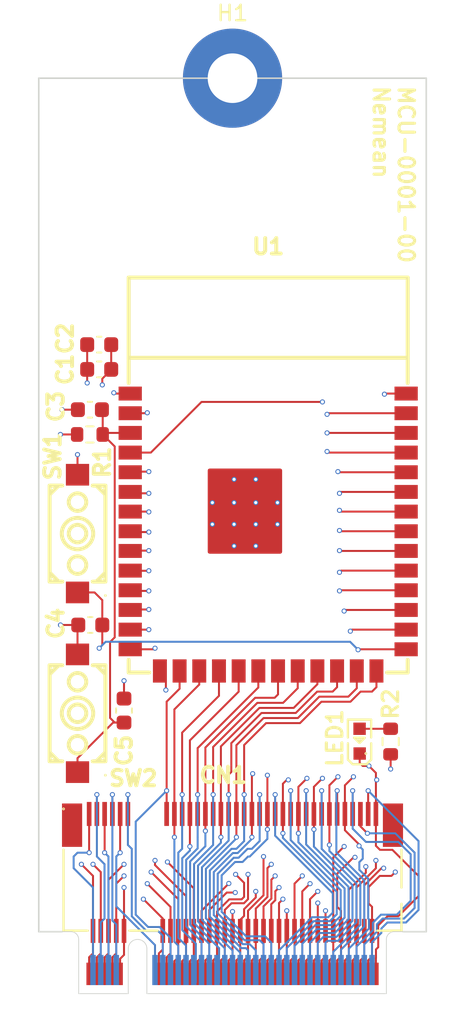
<source format=kicad_pcb>
(kicad_pcb (version 20221018) (generator pcbnew)
  (layers (0 "F.Cu" signal) (1 "In1.Cu" signal) (2 "In2.Cu" signal) (31 "B.Cu" signal) (34 "B.Paste" user) (35 "F.Paste" user) (36 "B.SilkS" user "B.Silkscreen") (37 "F.SilkS" user "F.Silkscreen") (38 "B.Mask" user) (39 "F.Mask" user) (44 "Edge.Cuts" user))
  (net 0 "")
  (net 1 "Net-(CN1-1-Pad2)")
  (net 2 "Net-(CN1-1-Pad4)")
  (net 3 "Net-(CN1-1-Pad6)")
  (net 4 "Net-(CN1-1-Pad8)")
  (net 5 "Net-(CN1-1-Pad10)")
  (net 6 "Net-(CN1-20-Pad58)")
  (net 7 "Net-(CN1-20-Pad60)")
  (net 8 "Net-(CN1-20-Pad62)")
  (net 9 "Net-(CN1-20-Pad64)")
  (net 10 "Net-(CN1-1-Pad66)")
  (net 11 "Net-(CN1-1-Pad68)")
  (net 12 "Net-(CN1-1-Pad70)")
  (net 13 "Net-(CN1-1-Pad72)")
  (net 14 "Net-(CN1-1-Pad74)")
  (net 15 "Net-(CN1-1-Pad3)")
  (net 16 "Net-(CN1-1-Pad5)")
  (net 17 "Net-(CN1-1-Pad7)")
  (net 18 "Net-(CN1-1-Pad69)")
  (net 19 "Net-(CN1-1-Pad71)")
  (net 20 "Net-(CN1-1-Pad73)")
  (net 21 "GND")
  (net 22 "+3V3")
  (net 23 "BOOT")
  (net 24 "EN")
  (net 25 "IO4")
  (net 26 "IO5")
  (net 27 "IO1")
  (net 28 "IO6")
  (net 29 "IO2")
  (net 30 "IO7")
  (net 31 "TXD0")
  (net 32 "IO15")
  (net 33 "RXD0")
  (net 34 "IO16")
  (net 35 "IO42")
  (net 36 "IO17")
  (net 37 "IO41")
  (net 38 "IO18")
  (net 39 "IO40")
  (net 40 "IO8")
  (net 41 "IO39")
  (net 42 "IO19")
  (net 43 "IO38")
  (net 44 "IO20")
  (net 45 "IO37")
  (net 46 "IO45")
  (net 47 "IO36")
  (net 48 "IO48")
  (net 49 "IO35")
  (net 50 "IO47")
  (net 51 "IO21")
  (net 52 "IO14")
  (net 53 "IO13")
  (net 54 "IO12")
  (net 55 "IO11")
  (net 56 "IO10")
  (net 57 "IO9")
  (net 58 "IO46")
  (net 59 "IO3")
  (net 60 "Net-(CN1-1-Pad9)")
  (net 61 "Net-(CN1-Pad20)")
  (net 62 "Net-(CN1-20-Pad22)")
  (net 63 "Net-(CN1-20-Pad24)")
  (net 64 "Net-(CN1-20-Pad26)")
  (net 65 "Net-(CN1-20-Pad28)")
  (net 66 "Net-(CN1-20-Pad52)")
  (net 67 "Net-(CN1-20-Pad54)")
  (net 68 "Net-(CN1-20-Pad56)")
  (net 69 "Net-(LED1-+)")
  (footprint "Capacitor_SMD:C_0603_1608Metric" (layer "F.Cu") (at 148 111.825 90)
    (fp_text reference "C5")
    (fp_text value "0.1u")
  )
  (footprint "Capacitor_SMD:C_0603_1608Metric" (layer "F.Cu") (at 146.4 88.2)
    (fp_text reference "C2")
    (fp_text value "100n" hide)
  )
  (footprint "footprints:LED0603-RD" (layer "F.Cu") (at 163.2 113.8 90)
    (fp_text reference "LED1")
    (fp_text value "LTST-C191KRKT")
  )
  (footprint "NGFF:NGFF_M" (layer "F.Cu") (at 155 130.1)
    (fp_text reference "U2" hide)
    (fp_text value "~")
    (fp_line (start -11 -4) (end -10.425 -4) (stroke (width 0.05)) (layer "Edge.Cuts"))
    (fp_line (start -9.925 -3.5) (end -9.925 0) (stroke (width 0.05)) (layer "Edge.Cuts"))
    (fp_line (start -9.925 0) (end -6.725 0) (stroke (width 0.05)) (layer "Edge.Cuts"))
    (fp_line (start -6.725 0) (end -6.725 -2.9) (stroke (width 0.05)) (layer "Edge.Cuts"))
    (fp_line (start -5.525 -2.9) (end -5.525 0) (stroke (width 0.05)) (layer "Edge.Cuts"))
    (fp_line (start -5.525 0) (end 0 0) (stroke (width 0.05)) (layer "Edge.Cuts"))
    (fp_line (start 0 0) (end 9.925 0) (stroke (width 0.05)) (layer "Edge.Cuts"))
    (fp_line (start 9.925 0) (end 9.925 -3.5) (stroke (width 0.05)) (layer "Edge.Cuts"))
    (fp_line (start 10.425 -4) (end 11 -4) (stroke (width 0.05)) (layer "Edge.Cuts"))
    (fp_arc (start -10.425 -4) (mid -10.071447 -3.853553) (end -9.925 -3.5) (stroke (width 0.05)) (layer "Edge.Cuts"))
    (fp_arc (start -6.725 -2.9) (mid -6.125 -3.5) (end -5.525 -2.9) (stroke (width 0.05)) (layer "Edge.Cuts"))
    (fp_arc (start 9.925 -3.5) (mid 10.071447 -3.853553) (end 10.425 -4) (stroke (width 0.05)) (layer "Edge.Cuts"))
  )
  (footprint "footprint:KEY-SMD_L6.2-W3.6-LS8.0" (layer "F.Cu") (at 145 112 90)
    (fp_text reference "SW2")
    (fp_text value "K2-1107ST-A4SW-06" hide)
  )
  (footprint "footprint:CONN-SMD_67P-P0.50-V_NASB0-S6701-TS50" (layer "F.Cu") (at 155.000064 122.274829)
    (fp_text reference "CN1")
    (fp_text value "NASB0-S6701-TS50")
  )
  (footprint "footprint:KEY-SMD_L6.2-W3.6-LS8.0" (layer "F.Cu") (at 145 100.4 90)
    (fp_text reference "SW1")
    (fp_text value "K2-1107ST-A4SW-06")
  )
  (footprint "footprint:WIFIM-SMD_ESP32-S3-WROOM-1-N8" (layer "F.Cu") (at 157.300203 100.314643)
    (fp_text reference "U1")
    (fp_text value "ESP32-S3-WROOM-1-N8")
  )
  (footprint "Capacitor_SMD:C_0603_1608Metric" (layer "F.Cu") (at 145.8 92.4 180)
    (fp_text reference "C3")
    (fp_text value "1u" hide)
  )
  (footprint "Capacitor_SMD:C_0603_1608Metric" (layer "F.Cu") (at 146.4 89.8)
    (fp_text reference "C1")
    (fp_text value "22u" hide)
  )
  (footprint "Resistor_SMD:R_0603_1608Metric" (layer "F.Cu") (at 145.8 94)
    (fp_text reference "R1")
    (fp_text value "10k")
  )
  (footprint "MountingHole:MountingHole_3.2mm_M3_Pad_TopBottom" (layer "F.Cu") (at 155 71)
    (fp_text reference "H1")
    (fp_text value "MountingHole")
  )
  (footprint "Capacitor_SMD:C_0603_1608Metric" (layer "F.Cu") (at 145.825 106.3 180)
    (fp_text reference "C4")
    (fp_text value "0.1u")
  )
  (footprint "Resistor_SMD:R_0603_1608Metric" (layer "F.Cu") (at 165.2 113.825 90)
    (fp_text reference "R2")
    (fp_text value "1k")
  )
  (gr_line (start 142.5 71) (end 142.5 126.1) (stroke (width 0.1)) (layer "Edge.Cuts"))
  (gr_line (start 142.5 71) (end 167.5 71) (stroke (width 0.1)) (layer "Edge.Cuts"))
  (gr_line (start 167.5 71) (end 167.5 126.1) (stroke (width 0.1)) (layer "Edge.Cuts"))
  (gr_line (start 167.5 126.1) (end 166 126.1) (stroke (width 0.1)) (layer "Edge.Cuts"))
  (gr_line (start 144 126.1) (end 142.5 126.1) (stroke (width 0.1)) (layer "Edge.Cuts"))
  (gr_text "MCU-0001-00\nNemean" (at 164 71.4 270) (layer "F.SilkS") (effects (font (size 1 1) (thickness 0.2) bold) (justify left bottom)))
  (segment (start 145.75 128.75) (end 145.75 127.75) (width 0.127) (layer "F.Cu") (net 1))
  (segment (start 146.000064 126.049912) (end 146.000064 122.500064) (width 0.127) (layer "F.Cu") (net 1))
  (segment (start 146.000064 127.499936) (end 146.000064 126.049912) (width 0.127) (layer "F.Cu") (net 1))
  (segment (start 146.000064 122.500064) (end 145.25 121.75) (width 0.127) (layer "F.Cu") (net 1))
  (segment (start 145.75 127.75) (end 146.000064 127.499936) (width 0.127) (layer "F.Cu") (net 1))
  (via (at 145.25 121.75) (size 0.33) (drill 0.2) (layers "F.Cu" "B.Cu") (net 1))
  (segment (start 146.25 128.8) (end 146.25 127.75) (width 0.127) (layer "F.Cu") (net 2))
  (segment (start 146.500191 122.250191) (end 146 121.75) (width 0.127) (layer "F.Cu") (net 2))
  (segment (start 146.500191 127.499809) (end 146.500191 126.049912) (width 0.127) (layer "F.Cu") (net 2))
  (segment (start 146.500191 126.049912) (end 146.500191 122.250191) (width 0.127) (layer "F.Cu") (net 2))
  (segment (start 146.25 127.75) (end 146.500191 127.499809) (width 0.127) (layer "F.Cu") (net 2))
  (via (at 146 121.75) (size 0.33) (drill 0.2) (layers "F.Cu" "B.Cu") (net 2))
  (segment (start 147.000064 122.749936) (end 148 121.75) (width 0.127) (layer "F.Cu") (net 3))
  (segment (start 146.75 128.8) (end 146.75 127.75) (width 0.127) (layer "F.Cu") (net 3))
  (segment (start 147.000064 127.499936) (end 147.000064 126.049912) (width 0.127) (layer "F.Cu") (net 3))
  (segment (start 146.75 127.75) (end 147.000064 127.499936) (width 0.127) (layer "F.Cu") (net 3))
  (segment (start 147.000064 126.049912) (end 147.000064 122.749936) (width 0.127) (layer "F.Cu") (net 3))
  (via (at 148 121.75) (size 0.33) (drill 0.2) (layers "F.Cu" "B.Cu") (net 3))
  (segment (start 147.500191 126.049912) (end 147.500191 122.999809) (width 0.127) (layer "F.Cu") (net 4))
  (segment (start 147.25 127.75) (end 147.500191 127.499809) (width 0.127) (layer "F.Cu") (net 4))
  (segment (start 147.500191 122.999809) (end 148 122.5) (width 0.127) (layer "F.Cu") (net 4))
  (segment (start 147.25 128.8) (end 147.25 127.75) (width 0.127) (layer "F.Cu") (net 4))
  (segment (start 147.500191 127.499809) (end 147.500191 126.049912) (width 0.127) (layer "F.Cu") (net 4))
  (via (at 148 122.5) (size 0.33) (drill 0.2) (layers "F.Cu" "B.Cu") (net 4))
  (segment (start 148.000064 126.049912) (end 148.000064 123.250064) (width 0.127) (layer "F.Cu") (net 5))
  (segment (start 147.75 127.85) (end 148.000064 127.599936) (width 0.127) (layer "F.Cu") (net 5))
  (segment (start 148.000064 127.599936) (end 148.000064 126.049912) (width 0.127) (layer "F.Cu") (net 5))
  (segment (start 147.75 128.8) (end 147.75 127.85) (width 0.127) (layer "F.Cu") (net 5))
  (segment (start 148.000064 123.250064) (end 148 123.25) (width 0.127) (layer "F.Cu") (net 5))
  (via (at 148 123.25) (size 0.33) (drill 0.2) (layers "F.Cu" "B.Cu") (net 5))
  (segment (start 160.5 123.5) (end 160.000064 123.999936) (width 0.127) (layer "F.Cu") (net 6))
  (segment (start 159.75 128.8) (end 159.75 127.9615) (width 0.127) (layer "F.Cu") (net 6))
  (segment (start 160.000064 127.711436) (end 160.000064 126.049658) (width 0.127) (layer "F.Cu") (net 6))
  (segment (start 159.75 127.9615) (end 160.000064 127.711436) (width 0.127) (layer "F.Cu") (net 6))
  (segment (start 160.000064 123.999936) (end 160.000064 126.049658) (width 0.127) (layer "F.Cu") (net 6))
  (via (at 160.5 123.5) (size 0.33) (drill 0.2) (layers "F.Cu" "B.Cu") (net 6))
  (segment (start 160.500191 124.25) (end 160.500191 126.049658) (width 0.127) (layer "F.Cu") (net 7))
  (segment (start 160.25 127.95) (end 160.500191 127.699809) (width 0.127) (layer "F.Cu") (net 7))
  (segment (start 160.25 128.8) (end 160.25 127.95) (width 0.127) (layer "F.Cu") (net 7))
  (segment (start 160.500191 127.699809) (end 160.500191 126.049658) (width 0.127) (layer "F.Cu") (net 7))
  (via (at 160.500191 124.25) (size 0.33) (drill 0.2) (layers "F.Cu" "B.Cu") (net 7))
  (segment (start 161.000064 127.699936) (end 161.000064 126.049658) (width 0.127) (layer "F.Cu") (net 8))
  (segment (start 160.75 127.95) (end 161.000064 127.699936) (width 0.127) (layer "F.Cu") (net 8))
  (segment (start 160.75 128.8) (end 160.75 127.95) (width 0.127) (layer "F.Cu") (net 8))
  (segment (start 161.000064 124.75) (end 161.000064 126.049658) (width 0.127) (layer "F.Cu") (net 8))
  (via (at 161.000064 124.75) (size 0.33) (drill 0.2) (layers "F.Cu" "B.Cu") (net 8))
  (segment (start 161.25 128.8) (end 161.25 127.95) (width 0.127) (layer "F.Cu") (net 9))
  (segment (start 161.500191 121.299809) (end 161.500191 126.049658) (width 0.127) (layer "F.Cu") (net 9))
  (segment (start 161.25 127.95) (end 161.500191 127.699809) (width 0.127) (layer "F.Cu") (net 9))
  (segment (start 161.500191 127.699809) (end 161.500191 126.049658) (width 0.127) (layer "F.Cu") (net 9))
  (segment (start 162.2 120.6) (end 161.500191 121.299809) (width 0.127) (layer "F.Cu") (net 9))
  (via (at 162.2 120.6) (size 0.33) (drill 0.2) (layers "F.Cu" "B.Cu") (net 9))
  (segment (start 162.9 121.3) (end 162.80921 121.3) (width 0.127) (layer "F.Cu") (net 10))
  (segment (start 162.80921 121.3) (end 161.754191 122.355019) (width 0.127) (layer "F.Cu") (net 10))
  (segment (start 161.75 127.95) (end 162.000064 127.699936) (width 0.127) (layer "F.Cu") (net 10))
  (segment (start 161.75 128.8) (end 161.75 127.95) (width 0.127) (layer "F.Cu") (net 10))
  (segment (start 162.000064 127.699936) (end 162.000064 126.049658) (width 0.127) (layer "F.Cu") (net 10))
  (segment (start 161.754191 124.5) (end 162.000064 124.745873) (width 0.127) (layer "F.Cu") (net 10))
  (segment (start 161.754191 122.355019) (end 161.754191 124.5) (width 0.127) (layer "F.Cu") (net 10))
  (segment (start 162.000064 124.745873) (end 162.000064 126.049658) (width 0.127) (layer "F.Cu") (net 10))
  (via (at 162.9 121.3) (size 0.33) (drill 0.2) (layers "F.Cu" "B.Cu") (net 10))
  (segment (start 162.25 127.95) (end 162.500191 127.699809) (width 0.127) (layer "F.Cu") (net 11))
  (segment (start 162.500191 123.393352) (end 162.500191 126.049658) (width 0.127) (layer "F.Cu") (net 11))
  (segment (start 163.6 121.9) (end 163.6 122.293543) (width 0.127) (layer "F.Cu") (net 11))
  (segment (start 162.25 128.8) (end 162.25 127.95) (width 0.127) (layer "F.Cu") (net 11))
  (segment (start 162.500191 127.699809) (end 162.500191 126.049658) (width 0.127) (layer "F.Cu") (net 11))
  (segment (start 163.6 122.293543) (end 162.500191 123.393352) (width 0.127) (layer "F.Cu") (net 11))
  (via (at 163.6 121.9) (size 0.33) (drill 0.2) (layers "F.Cu" "B.Cu") (net 11))
  (segment (start 163.000064 127.699936) (end 163.000064 126.049658) (width 0.127) (layer "F.Cu") (net 12))
  (segment (start 162.75 127.95) (end 163.000064 127.699936) (width 0.127) (layer "F.Cu") (net 12))
  (segment (start 162.75 128.8) (end 162.75 127.95) (width 0.127) (layer "F.Cu") (net 12))
  (segment (start 164.25 122.002753) (end 164.25 121.5) (width 0.127) (layer "F.Cu") (net 12))
  (segment (start 163.000064 126.049658) (end 163.000064 123.252689) (width 0.127) (layer "F.Cu") (net 12))
  (segment (start 163.000064 123.252689) (end 164.25 122.002753) (width 0.127) (layer "F.Cu") (net 12))
  (via (at 164.25 121.5) (size 0.33) (drill 0.2) (layers "F.Cu" "B.Cu") (net 12))
  (segment (start 163.500191 126.049658) (end 163.500191 123.111772) (width 0.127) (layer "F.Cu") (net 13))
  (segment (start 164.055982 122.555981) (end 164.611963 122) (width 0.127) (layer "F.Cu") (net 13))
  (segment (start 163.500191 127.699809) (end 163.500191 126.049658) (width 0.127) (layer "F.Cu") (net 13))
  (segment (start 163.500191 123.111772) (end 164.055982 122.555981) (width 0.127) (layer "F.Cu") (net 13))
  (segment (start 163.25 128.8) (end 163.25 127.95) (width 0.127) (layer "F.Cu") (net 13))
  (segment (start 164.611963 122) (end 164.75 122) (width 0.127) (layer "F.Cu") (net 13))
  (segment (start 163.25 127.95) (end 163.500191 127.699809) (width 0.127) (layer "F.Cu") (net 13))
  (via (at 164.75 122) (size 0.33) (drill 0.2) (layers "F.Cu" "B.Cu") (net 13))
  (segment (start 165.25 122.5) (end 164.5 122.5) (width 0.127) (layer "F.Cu") (net 14))
  (segment (start 164.000064 124.496634) (end 164.000064 126.049658) (width 0.127) (layer "F.Cu") (net 14))
  (segment (start 164.5 122.5) (end 163.782564 123.217436) (width 0.127) (layer "F.Cu") (net 14))
  (segment (start 163.75 127.95) (end 164.000064 127.699936) (width 0.127) (layer "F.Cu") (net 14))
  (segment (start 163.782564 124.279134) (end 164.000064 124.496634) (width 0.127) (layer "F.Cu") (net 14))
  (segment (start 164.000064 127.699936) (end 164.000064 126.049658) (width 0.127) (layer "F.Cu") (net 14))
  (segment (start 165.5 122.25) (end 165.25 122.5) (width 0.127) (layer "F.Cu") (net 14))
  (segment (start 163.782564 123.217436) (end 163.782564 124.279134) (width 0.127) (layer "F.Cu") (net 14))
  (segment (start 163.75 128.8) (end 163.75 127.95) (width 0.127) (layer "F.Cu") (net 14))
  (via (at 165.5 122.25) (size 0.33) (drill 0.2) (layers "F.Cu" "B.Cu") (net 14))
  (segment (start 146.25 117.25) (end 146.25 118.5) (width 0.127) (layer "F.Cu") (net 15))
  (via (at 146.25 117.25) (size 0.33) (drill 0.2) (layers "F.Cu" "B.Cu") (net 15))
  (segment (start 146.742 125.258) (end 146.742 121.742) (width 0.127) (layer "B.Cu") (net 15))
  (segment (start 146.5 125.5) (end 146.742 125.258) (width 0.127) (layer "B.Cu") (net 15))
  (segment (start 146.25 121.25) (end 146.25 117.25) (width 0.127) (layer "B.Cu") (net 15))
  (segment (start 146.5 129.475) (end 146.5 125.5) (width 0.127) (layer "B.Cu") (net 15))
  (segment (start 146.742 121.742) (end 146.25 121.25) (width 0.127) (layer "B.Cu") (net 15))
  (segment (start 146.750128 120.999872) (end 146.750128 118.5) (width 0.127) (layer "F.Cu") (net 16))
  (segment (start 146.75 121) (end 146.750128 120.999872) (width 0.127) (layer "F.Cu") (net 16))
  (via (at 146.75 121) (size 0.33) (drill 0.2) (layers "F.Cu" "B.Cu") (net 16))
  (segment (start 146.996 125.488) (end 146.996 121.246) (width 0.127) (layer "B.Cu") (net 16))
  (segment (start 147 129.475) (end 147 125.492) (width 0.127) (layer "B.Cu") (net 16))
  (segment (start 147 125.492) (end 146.996 125.488) (width 0.127) (layer "B.Cu") (net 16))
  (segment (start 146.996 121.246) (end 146.75 121) (width 0.127) (layer "B.Cu") (net 16))
  (segment (start 147.25 118.5) (end 147.25 117.25) (width 0.127) (layer "F.Cu") (net 17))
  (via (at 147.25 117.25) (size 0.33) (drill 0.2) (layers "F.Cu" "B.Cu") (net 17))
  (segment (start 147.25 125.38279) (end 147.5 125.63279) (width 0.127) (layer "B.Cu") (net 17))
  (segment (start 147.25 117.25) (end 147.25 125.38279) (width 0.127) (layer "B.Cu") (net 17))
  (segment (start 147.5 125.63279) (end 147.5 129.475) (width 0.127) (layer "B.Cu") (net 17))
  (segment (start 162.75 117) (end 162.750128 117.000128) (width 0.127) (layer "F.Cu") (net 18))
  (segment (start 162.750128 117.000128) (end 162.750128 118.5) (width 0.127) (layer "F.Cu") (net 18))
  (via (at 162.75 117) (size 0.33) (drill 0.2) (layers "F.Cu" "B.Cu") (net 18))
  (segment (start 164.054 126.00521) (end 164.054 125.525605) (width 0.127) (layer "B.Cu") (net 18))
  (segment (start 165.6 125) (end 166.492 124.108) (width 0.127) (layer "B.Cu") (net 18))
  (segment (start 165.697395 120.306605) (end 163.606605 120.306605) (width 0.127) (layer "B.Cu") (net 18))
  (segment (start 163.606605 120.306605) (end 162.75 119.45) (width 0.127) (layer "B.Cu") (net 18))
  (segment (start 166.492 121.10121) (end 165.697395 120.306605) (width 0.127) (layer "B.Cu") (net 18))
  (segment (start 162.75 119.45) (end 162.75 117) (width 0.127) (layer "B.Cu") (net 18))
  (segment (start 163 129.475) (end 163 127.05921) (width 0.127) (layer "B.Cu") (net 18))
  (segment (start 163 127.05921) (end 164.054 126.00521) (width 0.127) (layer "B.Cu") (net 18))
  (segment (start 164.054 125.525605) (end 164.579605 125) (width 0.127) (layer "B.Cu") (net 18))
  (segment (start 166.492 124.108) (end 166.492 121.10121) (width 0.127) (layer "B.Cu") (net 18))
  (segment (start 164.579605 125) (end 165.6 125) (width 0.127) (layer "B.Cu") (net 18))
  (segment (start 163.25 119.3) (end 163.25 118.5) (width 0.127) (layer "F.Cu") (net 19))
  (segment (start 163.7 119.75) (end 163.25 119.3) (width 0.127) (layer "F.Cu") (net 19))
  (via (at 163.7 119.75) (size 0.33) (drill 0.2) (layers "F.Cu" "B.Cu") (net 19))
  (segment (start 163.7 119.75) (end 165.5 119.75) (width 0.127) (layer "B.Cu") (net 19))
  (segment (start 166.746 124.57242) (end 166.06442 125.254) (width 0.127) (layer "B.Cu") (net 19))
  (segment (start 166.746 120.996) (end 166.746 124.57242) (width 0.127) (layer "B.Cu") (net 19))
  (segment (start 166.06442 125.254) (end 164.684815 125.254) (width 0.127) (layer "B.Cu") (net 19))
  (segment (start 164.684815 125.254) (end 164.308 125.630815) (width 0.127) (layer "B.Cu") (net 19))
  (segment (start 164.308 125.630815) (end 164.308 126.11042) (width 0.127) (layer "B.Cu") (net 19))
  (segment (start 165.5 119.75) (end 166.746 120.996) (width 0.127) (layer "B.Cu") (net 19))
  (segment (start 163.5 126.91842) (end 163.5 129.475) (width 0.127) (layer "B.Cu") (net 19))
  (segment (start 164.308 126.11042) (end 163.5 126.91842) (width 0.127) (layer "B.Cu") (net 19))
  (segment (start 163.75 117) (end 163.750128 117.000128) (width 0.127) (layer "F.Cu") (net 20))
  (segment (start 163.750128 117.000128) (end 163.750128 118.5) (width 0.127) (layer "F.Cu") (net 20))
  (via (at 163.75 117) (size 0.33) (drill 0.2) (layers "F.Cu" "B.Cu") (net 20))
  (segment (start 164 129.475) (end 164 126.77763) (width 0.127) (layer "B.Cu") (net 20))
  (segment (start 164.6 126.17763) (end 164.6 125.9) (width 0.127) (layer "B.Cu") (net 20))
  (segment (start 167 120.25) (end 163.75 117) (width 0.127) (layer "B.Cu") (net 20))
  (segment (start 166.192 125.508) (end 167 124.7) (width 0.127) (layer "B.Cu") (net 20))
  (segment (start 164.6 125.9) (end 164.992 125.508) (width 0.127) (layer "B.Cu") (net 20))
  (segment (start 167 124.7) (end 167 120.25) (width 0.127) (layer "B.Cu") (net 20))
  (segment (start 164.992 125.508) (end 166.192 125.508) (width 0.127) (layer "B.Cu") (net 20))
  (segment (start 164 126.77763) (end 164.6 126.17763) (width 0.127) (layer "B.Cu") (net 20))
  (segment (start 146.6 90.4) (end 147.175 89.825) (width 0.127) (layer "F.Cu") (net 21))
  (segment (start 157.200762 99.079566) (end 157.200762 99.100762) (width 0.127) (layer "F.Cu") (net 21))
  (segment (start 164.25 128.8) (end 164.25 127.80921) (width 0.127) (layer "F.Cu") (net 21))
  (segment (start 165.7 125.1) (end 167 123.8) (width 0.127) (layer "F.Cu") (net 21))
  (segment (start 164.254064 127.805146) (end 164.254064 127.245936) (width 0.127) (layer "F.Cu") (net 21))
  (segment (start 155.800711 97.679515) (end 155.800711 97.700711) (width 0.127) (layer "F.Cu") (net 21))
  (segment (start 145 108.200152) (end 145 106.35) (width 0.127) (layer "F.Cu") (net 21))
  (segment (start 164.25 116.25) (end 164.25 115.85) (width 0.127) (layer "F.Cu") (net 21))
  (segment (start 164.4 125.7) (end 165 125.1) (width 0.127) (layer "F.Cu") (net 21))
  (segment (start 147.175 89.8) (end 147.175 88.2) (width 0.127) (layer "F.Cu") (net 21))
  (segment (start 163.203429 115.203429) (end 163.4 115.4) (width 0.127) (layer "F.Cu") (net 21))
  (segment (start 148.400406 91.359982) (end 147.359982 91.359982) (width 0.127) (layer "F.Cu") (net 21))
  (segment (start 167 122.5) (end 165.315418 120.815418) (width 0.127) (layer "F.Cu") (net 21))
  (segment (start 163.203429 114.599467) (end 163.203429 115.203429) (width 0.127) (layer "F.Cu") (net 21))
  (segment (start 147.310718 91.310718) (end 147.342873 91.310718) (width 0.127) (layer "F.Cu") (net 21))
  (segment (start 167 123.8) (end 167 122.5) (width 0.127) (layer "F.Cu") (net 21))
  (segment (start 144 106.3) (end 143.9 106.3) (width 0.127) (layer "F.Cu") (net 21))
  (segment (start 164.25 116.35) (end 164.3 116.3) (width 0.127) (layer "F.Cu") (net 21))
  (segment (start 145 106.35) (end 145.05 106.3) (width 0.127) (layer "F.Cu") (net 21))
  (segment (start 157.200762 100.479616) (end 157.200762 100.499238) (width 0.127) (layer "F.Cu") (net 21))
  (segment (start 154.40066 97.679515) (end 154.40066 97.69934) (width 0.127) (layer "F.Cu") (net 21))
  (segment (start 165 125.1) (end 165.7 125.1) (width 0.127) (layer "F.Cu") (net 21))
  (segment (start 155.800711 99.079566) (end 155.800711 99.100711) (width 0.127) (layer "F.Cu") (net 21))
  (segment (start 164.25 115.85) (end 163.8 115.4) (width 0.127) (layer "F.Cu") (net 21))
  (segment (start 154.40066 99.079566) (end 154.40066 99.10066) (width 0.127) (layer "F.Cu") (net 21))
  (segment (start 155.800711 97.679515) (end 155.800711 97.699289) (width 0.127) (layer "F.Cu") (net 21))
  (segment (start 155.800711 100.479616) (end 155.800711 100.499289) (width 0.127) (layer "F.Cu") (net 21))
  (segment (start 154.40066 97.679515) (end 154.40066 97.59934) (width 0.127) (layer "F.Cu") (net 21))
  (segment (start 164.254064 127.245936) (end 164.4 127.1) (width 0.127) (layer "F.Cu") (net 21))
  (segment (start 164.3 116.3) (end 164.25 116.25) (width 0.127) (layer "F.Cu") (net 21))
  (segment (start 164.4 127.1) (end 164.4 125.7) (width 0.127) (layer "F.Cu") (net 21))
  (segment (start 147.175 89.825) (end 147.175 89.8) (width 0.127) (layer "F.Cu") (net 21))
  (segment (start 148 111.05) (end 148 109.9) (width 0.127) (layer "F.Cu") (net 21))
  (segment (start 147.359982 91.359982) (end 147.310718 91.310718) (width 0.127) (layer "F.Cu") (net 21))
  (segment (start 163.4 115.4) (end 163.8 115.4) (width 0.127) (layer "F.Cu") (net 21))
  (segment (start 155.800711 97.679515) (end 155.800711 97.599289) (width 0.127) (layer "F.Cu") (net 21))
  (segment (start 164.840018 91.359982) (end 164.8 91.4) (width 0.127) (layer "F.Cu") (net 21))
  (segment (start 154.40066 99.079566) (end 154.40066 99.09934) (width 0.127) (layer "F.Cu") (net 21))
  (segment (start 166.2 91.359982) (end 164.840018 91.359982) (width 0.127) (layer "F.Cu") (net 21))
  (segment (start 165.315418 120.815418) (end 164.509577 120.815418) (width 0.127) (layer "F.Cu") (net 21))
  (segment (start 164.25 120.555841) (end 164.25 118.5) (width 0.127) (layer "F.Cu") (net 21))
  (segment (start 145 96.600152) (end 145 95.3) (width 0.127) (layer "F.Cu") (net 21))
  (segment (start 145.025 92.4) (end 144 92.4) (width 0.127) (layer "F.Cu") (net 21))
  (segment (start 146.6 90.8) (end 146.6 90.4) (width 0.127) (layer "F.Cu") (net 21))
  (segment (start 164.25 127.80921) (end 164.254064 127.805146) (width 0.127) (layer "F.Cu") (net 21))
  (segment (start 145.05 106.3) (end 144 106.3) (width 0.127) (layer "F.Cu") (net 21))
  (segment (start 164.25 118.5) (end 164.25 116.35) (width 0.127) (layer "F.Cu") (net 21))
  (segment (start 164.509577 120.815418) (end 164.25 120.555841) (width 0.127) (layer "F.Cu") (net 21))
  (segment (start 157.200762 97.679515) (end 157.200762 97.700762) (width 0.127) (layer "F.Cu") (net 21))
  (via (at 153.7 98.4) (size 0.33) (drill 0.2) (layers "F.Cu" "B.Cu") (net 21))
  (via (at 144 92.4) (size 0.33) (drill 0.2) (layers "F.Cu" "B.Cu") (net 21))
  (via (at 156.5 101.2) (size 0.33) (drill 0.2) (layers "F.Cu" "B.Cu") (net 21))
  (via (at 155.1 101.2) (size 0.33) (drill 0.2) (layers "F.Cu" "B.Cu") (net 21))
  (via (at 155.1 96.9) (size 0.33) (drill 0.2) (layers "F.Cu" "B.Cu") (net 21))
  (via (at 143.9 106.3) (size 0.33) (drill 0.2) (layers "F.Cu" "B.Cu") (net 21))
  (via (at 156.5 96.9) (size 0.33) (drill 0.2) (layers "F.Cu" "B.Cu") (net 21))
  (via (at 164.3 116.3) (size 0.33) (drill 0.2) (layers "F.Cu" "B.Cu") (net 21))
  (via (at 145 95.3) (size 0.33) (drill 0.2) (layers "F.Cu" "B.Cu") (net 21))
  (via (at 153.7 99.8) (size 0.33) (drill 0.2) (layers "F.Cu" "B.Cu") (net 21))
  (via (at 157.9 99.8) (size 0.33) (drill 0.2) (layers "F.Cu" "B.Cu") (net 21))
  (via (at 148 109.9) (size 0.33) (drill 0.2) (layers "F.Cu" "B.Cu") (net 21))
  (via (at 157.9 98.4) (size 0.33) (drill 0.2) (layers "F.Cu" "B.Cu") (net 21))
  (via (at 164.8 91.4) (size 0.33) (drill 0.2) (layers "F.Cu" "B.Cu") (net 21))
  (via (at 156.5 98.4) (size 0.33) (drill 0.2) (layers "F.Cu" "B.Cu") (net 21))
  (via (at 155.1 99.8) (size 0.33) (drill 0.2) (layers "F.Cu" "B.Cu") (net 21))
  (via (at 155.1 98.4) (size 0.33) (drill 0.2) (layers "F.Cu" "B.Cu") (net 21))
  (via (at 146.6 90.8) (size 0.33) (drill 0.2) (layers "F.Cu" "B.Cu") (net 21))
  (via (at 156.5 99.8) (size 0.33) (drill 0.2) (layers "F.Cu" "B.Cu") (net 21))
  (via (at 147.342873 91.310718) (size 0.33) (drill 0.2) (layers "F.Cu" "B.Cu") (net 21))
  (via (at 163.8 115.4) (size 0.33) (drill 0.2) (layers "F.Cu" "B.Cu") (net 21))
  (segment (start 149.470015 92.629985) (end 148.400406 92.629985) (width 0.127) (layer "F.Cu") (net 22))
  (segment (start 145.75 121) (end 145.750128 120.999872) (width 0.127) (layer "F.Cu") (net 22))
  (segment (start 149.5 92.6) (end 149.470015 92.629985) (width 0.127) (layer "F.Cu") (net 22))
  (segment (start 144.975 94) (end 143.9 94) (width 0.127) (layer "F.Cu") (net 22))
  (segment (start 145.625 89.8) (end 145.625 90.675) (width 0.127) (layer "F.Cu") (net 22))
  (segment (start 165.2 114.65) (end 165.2 115.6) (width 0.127) (layer "F.Cu") (net 22))
  (segment (start 145.750128 120.999872) (end 145.750128 118.5) (width 0.127) (layer "F.Cu") (net 22))
  (segment (start 145.625 89.8) (end 145.625 88.2) (width 0.127) (layer "F.Cu") (net 22))
  (segment (start 145.6 90.7) (end 145.625 90.675) (width 0.127) (layer "F.Cu") (net 22))
  (via (at 149.5 92.6) (size 0.33) (drill 0.2) (layers "F.Cu" "B.Cu") (net 22))
  (via (at 165.2 115.6) (size 0.33) (drill 0.2) (layers "F.Cu" "B.Cu") (net 22))
  (via (at 145.75 121) (size 0.33) (drill 0.2) (layers "F.Cu" "B.Cu") (net 22))
  (via (at 145.625 90.675) (size 0.33) (drill 0.2) (layers "F.Cu" "B.Cu") (net 22))
  (via (at 143.9 94) (size 0.33) (drill 0.2) (layers "F.Cu" "B.Cu") (net 22))
  (segment (start 146 123.25) (end 144.75 122) (width 0.127) (layer "B.Cu") (net 22))
  (segment (start 146 129.475) (end 146 123.25) (width 0.127) (layer "B.Cu") (net 22))
  (segment (start 145 121) (end 145.75 121) (width 0.127) (layer "B.Cu") (net 22))
  (segment (start 144.75 121.25) (end 145 121) (width 0.127) (layer "B.Cu") (net 22))
  (segment (start 144.75 122) (end 144.75 121.25) (width 0.127) (layer "B.Cu") (net 22))
  (segment (start 163.1 107.9) (end 163.129985 107.870015) (width 0.127) (layer "F.Cu") (net 23))
  (segment (start 146.6 106.3) (end 146.6 107.6) (width 0.127) (layer "F.Cu") (net 23))
  (segment (start 146.099848 104.199848) (end 145 104.199848) (width 0.127) (layer "F.Cu") (net 23))
  (segment (start 162.25 118.5) (end 162.25 116.65) (width 0.127) (layer "F.Cu") (net 23))
  (segment (start 163.160605 120.560605) (end 163.160605 120.460605) (width 0.127) (layer "F.Cu") (net 23))
  (segment (start 163.160605 120.460605) (end 162.25 119.55) (width 0.127) (layer "F.Cu") (net 23))
  (segment (start 163.129985 107.870015) (end 166.2 107.870015) (width 0.127) (layer "F.Cu") (net 23))
  (segment (start 162.25 119.55) (end 162.25 118.5) (width 0.127) (layer "F.Cu") (net 23))
  (segment (start 146.6 106.3) (end 146.6 104.7) (width 0.127) (layer "F.Cu") (net 23))
  (segment (start 146.6 104.7) (end 146.099848 104.199848) (width 0.127) (layer "F.Cu") (net 23))
  (segment (start 146.6 107.6) (end 146.4 107.8) (width 0.127) (layer "F.Cu") (net 23))
  (segment (start 162.25 116.65) (end 162.8 116.1) (width 0.127) (layer "F.Cu") (net 23))
  (via (at 162.8 116.1) (size 0.33) (drill 0.2) (layers "F.Cu" "B.Cu") (net 23))
  (via (at 163.160605 120.560605) (size 0.33) (drill 0.2) (layers "F.Cu" "B.Cu") (net 23))
  (via (at 146.4 107.8) (size 0.33) (drill 0.2) (layers "F.Cu" "B.Cu") (net 23))
  (via (at 163.1 107.9) (size 0.33) (drill 0.2) (layers "F.Cu" "B.Cu") (net 23))
  (segment (start 162.5825 107.3825) (end 163.1 107.9) (width 0.127) (layer "B.Cu") (net 23))
  (segment (start 163.1825 122.10487) (end 163.1825 121.607935) (width 0.127) (layer "B.Cu") (net 23))
  (segment (start 163.754 125.254) (end 163.754 122.67637) (width 0.127) (layer "B.Cu") (net 23))
  (segment (start 163.1825 121.607935) (end 163.4 121.390435) (width 0.127) (layer "B.Cu") (net 23))
  (segment (start 163.4 120.8) (end 163.160605 120.560605) (width 0.127) (layer "B.Cu") (net 23))
  (segment (start 163.754 122.67637) (end 163.1825 122.10487) (width 0.127) (layer "B.Cu") (net 23))
  (segment (start 162.5 127.2) (end 163.8 125.9) (width 0.127) (layer "B.Cu") (net 23))
  (segment (start 146.8175 107.3825) (end 162.5825 107.3825) (width 0.127) (layer "B.Cu") (net 23))
  (segment (start 146.4 107.8) (end 146.8175 107.3825) (width 0.127) (layer "B.Cu") (net 23))
  (segment (start 163.8 125.3) (end 163.754 125.254) (width 0.127) (layer "B.Cu") (net 23))
  (segment (start 163.8 125.9) (end 163.8 125.3) (width 0.127) (layer "B.Cu") (net 23))
  (segment (start 162.5 129.475) (end 162.5 127.2) (width 0.127) (layer "B.Cu") (net 23))
  (segment (start 163.4 121.390435) (end 163.4 120.8) (width 0.127) (layer "B.Cu") (net 23))
  (segment (start 146.625 92.45) (end 146.575 92.4) (width 0.127) (layer "F.Cu") (net 24))
  (segment (start 147.1 112.3) (end 147.1 107.4) (width 0.127) (layer "F.Cu") (net 24))
  (segment (start 147.1 107.4) (end 147.4 107.1) (width 0.127) (layer "F.Cu") (net 24))
  (segment (start 146.725013 93.899987) (end 148.400406 93.899987) (width 0.127) (layer "F.Cu") (net 24))
  (segment (start 147.4 107.1) (end 147.4 94.775) (width 0.127) (layer "F.Cu") (net 24))
  (segment (start 145 115.799848) (end 145 114.9) (width 0.127) (layer "F.Cu") (net 24))
  (segment (start 146.625 94) (end 146.725013 93.899987) (width 0.127) (layer "F.Cu") (net 24))
  (segment (start 147.4 112.6) (end 147.1 112.3) (width 0.127) (layer "F.Cu") (net 24))
  (segment (start 147.3 112.6) (end 148 112.6) (width 0.127) (layer "F.Cu") (net 24))
  (segment (start 148 112.6) (end 147.4 112.6) (width 0.127) (layer "F.Cu") (net 24))
  (segment (start 145 114.9) (end 147.3 112.6) (width 0.127) (layer "F.Cu") (net 24))
  (segment (start 146.625 94) (end 146.625 92.45) (width 0.127) (layer "F.Cu") (net 24))
  (segment (start 147.4 94.775) (end 146.625 94) (width 0.127) (layer "F.Cu") (net 24))
  (segment (start 148.400406 95.16999) (end 149.73001 95.16999) (width 0.127) (layer "F.Cu") (net 25))
  (segment (start 158.000064 127.699936) (end 158.000064 126.049658) (width 0.127) (layer "F.Cu") (net 25))
  (segment (start 157.75 127.95) (end 158.000064 127.699936) (width 0.127) (layer "F.Cu") (net 25))
  (segment (start 149.73001 95.16999) (end 153 91.9) (width 0.127) (layer "F.Cu") (net 25))
  (segment (start 157.75 128.8) (end 157.75 127.95) (width 0.127) (layer "F.Cu") (net 25))
  (segment (start 158.000064 124.249936) (end 158.25 124) (width 0.127) (layer "F.Cu") (net 25))
  (segment (start 158.000064 126.049658) (end 158.000064 124.249936) (width 0.127) (layer "F.Cu") (net 25))
  (segment (start 153 91.9) (end 160.8 91.9) (width 0.127) (layer "F.Cu") (net 25))
  (via (at 160.8 91.9) (size 0.33) (drill 0.2) (layers "F.Cu" "B.Cu") (net 25))
  (via (at 158.25 124) (size 0.33) (drill 0.2) (layers "F.Cu" "B.Cu") (net 25))
  (segment (start 157.25 127.95) (end 157.500191 127.699809) (width 0.127) (layer "F.Cu") (net 26))
  (segment (start 157.500191 124.327439) (end 157.762 124.06563) (width 0.127) (layer "F.Cu") (net 26))
  (segment (start 157.762 123.75) (end 157.762 123.488) (width 0.127) (layer "F.Cu") (net 26))
  (segment (start 157.25 128.8) (end 157.25 127.95) (width 0.127) (layer "F.Cu") (net 26))
  (segment (start 149.6 96.4) (end 148.440398 96.4) (width 0.127) (layer "F.Cu") (net 26))
  (segment (start 157.762 123.488) (end 158 123.25) (width 0.127) (layer "F.Cu") (net 26))
  (segment (start 148.440398 96.4) (end 148.400406 96.439992) (width 0.127) (layer "F.Cu") (net 26))
  (segment (start 157.762 124.06563) (end 157.762 123.75) (width 0.127) (layer "F.Cu") (net 26))
  (segment (start 157.500191 126.049658) (end 157.500191 124.327439) (width 0.127) (layer "F.Cu") (net 26))
  (segment (start 157.500191 127.699809) (end 157.500191 126.049658) (width 0.127) (layer "F.Cu") (net 26))
  (via (at 149.6 96.4) (size 0.33) (drill 0.2) (layers "F.Cu" "B.Cu") (net 26))
  (via (at 158 123.25) (size 0.33) (drill 0.2) (layers "F.Cu" "B.Cu") (net 26))
  (segment (start 156.25 115.95) (end 156.25 118.5) (width 0.127) (layer "F.Cu") (net 27))
  (segment (start 161.170015 92.629985) (end 166.2 92.629985) (width 0.127) (layer "F.Cu") (net 27))
  (segment (start 156.3 115.9) (end 156.25 115.95) (width 0.127) (layer "F.Cu") (net 27))
  (segment (start 156.25 120) (end 156.25 118.5) (width 0.127) (layer "F.Cu") (net 27))
  (segment (start 161.1 92.7) (end 161.170015 92.629985) (width 0.127) (layer "F.Cu") (net 27))
  (via (at 156.25 120) (size 0.33) (drill 0.2) (layers "F.Cu" "B.Cu") (net 27))
  (via (at 156.3 115.9) (size 0.33) (drill 0.2) (layers "F.Cu" "B.Cu") (net 27))
  (via (at 161.1 92.7) (size 0.33) (drill 0.2) (layers "F.Cu" "B.Cu") (net 27))
  (segment (start 155.336185 121.023025) (end 156.25 120.10921) (width 0.127) (layer "B.Cu") (net 27))
  (segment (start 156.108 126.908) (end 155.67247 126.908) (width 0.127) (layer "B.Cu") (net 27))
  (segment (start 155.67247 126.908) (end 153.79 125.02553) (width 0.127) (layer "B.Cu") (net 27))
  (segment (start 153.79 122.25605) (end 155.023025 121.023025) (width 0.127) (layer "B.Cu") (net 27))
  (segment (start 156.5 129.475) (end 156.5 127.3) (width 0.127) (layer "B.Cu") (net 27))
  (segment (start 156.25 120.10921) (end 156.25 120) (width 0.127) (layer "B.Cu") (net 27))
  (segment (start 153.79 125.02553) (end 153.79 122.25605) (width 0.127) (layer "B.Cu") (net 27))
  (segment (start 155.023025 121.023025) (end 155.336185 121.023025) (width 0.127) (layer "B.Cu") (net 27))
  (segment (start 156.5 127.3) (end 156.108 126.908) (width 0.127) (layer "B.Cu") (net 27))
  (segment (start 156.75 128.8) (end 156.75 127.9345) (width 0.127) (layer "F.Cu") (net 28))
  (segment (start 157.000064 127.684436) (end 157.000064 126.049658) (width 0.127) (layer "F.Cu") (net 28))
  (segment (start 157.000064 124.468356) (end 157.508 123.96042) (width 0.127) (layer "F.Cu") (net 28))
  (segment (start 157.508 123.25) (end 157.508 122.742) (width 0.127) (layer "F.Cu") (net 28))
  (segment (start 157.508 123.96042) (end 157.508 123.75) (width 0.127) (layer "F.Cu") (net 28))
  (segment (start 156.75 127.9345) (end 157.000064 127.684436) (width 0.127) (layer "F.Cu") (net 28))
  (segment (start 157.000064 126.049658) (end 157.000064 124.468356) (width 0.127) (layer "F.Cu") (net 28))
  (segment (start 157.508 123.75) (end 157.508 123.25) (width 0.127) (layer "F.Cu") (net 28))
  (segment (start 149.6 97.8) (end 148.490411 97.8) (width 0.127) (layer "F.Cu") (net 28))
  (segment (start 157.508 122.742) (end 157.75 122.5) (width 0.127) (layer "F.Cu") (net 28))
  (segment (start 148.490411 97.8) (end 148.400406 97.709995) (width 0.127) (layer "F.Cu") (net 28))
  (via (at 157.75 122.5) (size 0.33) (drill 0.2) (layers "F.Cu" "B.Cu") (net 28))
  (via (at 149.6 97.8) (size 0.33) (drill 0.2) (layers "F.Cu" "B.Cu") (net 28))
  (segment (start 156.750128 118.5) (end 156.750128 117.250128) (width 0.127) (layer "F.Cu") (net 29))
  (segment (start 161.100013 93.899987) (end 161.1 93.9) (width 0.127) (layer "F.Cu") (net 29))
  (segment (start 166.2 93.899987) (end 161.100013 93.899987) (width 0.127) (layer "F.Cu") (net 29))
  (segment (start 156.750128 117.250128) (end 156.75 117.25) (width 0.127) (layer "F.Cu") (net 29))
  (via (at 161.1 93.9) (size 0.33) (drill 0.2) (layers "F.Cu" "B.Cu") (net 29))
  (via (at 156.75 117.25) (size 0.33) (drill 0.2) (layers "F.Cu" "B.Cu") (net 29))
  (segment (start 156.754 126.654) (end 157 126.9) (width 0.127) (layer "B.Cu") (net 29))
  (segment (start 154.044 122.36126) (end 154.044 124.92032) (width 0.127) (layer "B.Cu") (net 29))
  (segment (start 156.75 117.25) (end 156.75 120.25) (width 0.127) (layer "B.Cu") (net 29))
  (segment (start 155.96842 120.75) (end 155.39079 121.32763) (width 0.127) (layer "B.Cu") (net 29))
  (segment (start 156.75 120.25) (end 156.25 120.75) (width 0.127) (layer "B.Cu") (net 29))
  (segment (start 154.044 124.92032) (end 155.77768 126.654) (width 0.127) (layer "B.Cu") (net 29))
  (segment (start 157 126.9) (end 157 129.475) (width 0.127) (layer "B.Cu") (net 29))
  (segment (start 155.77768 126.654) (end 156.754 126.654) (width 0.127) (layer "B.Cu") (net 29))
  (segment (start 155.07763 121.32763) (end 154.044 122.36126) (width 0.127) (layer "B.Cu") (net 29))
  (segment (start 155.39079 121.32763) (end 155.07763 121.32763) (width 0.127) (layer "B.Cu") (net 29))
  (segment (start 156.25 120.75) (end 155.96842 120.75) (width 0.127) (layer "B.Cu") (net 29))
  (segment (start 156.500191 124.609019) (end 157.004 124.10521) (width 0.127) (layer "F.Cu") (net 30))
  (segment (start 148.400406 98.979997) (end 149.579997 98.979997) (width 0.127) (layer "F.Cu") (net 30))
  (segment (start 156.25 128.8) (end 156.25 127.95) (width 0.127) (layer "F.Cu") (net 30))
  (segment (start 149.579997 98.979997) (end 149.6 99) (width 0.127) (layer "F.Cu") (net 30))
  (segment (start 156.500191 127.699809) (end 156.500191 126.049658) (width 0.127) (layer "F.Cu") (net 30))
  (segment (start 157.004 124.10521) (end 157.254 123.85521) (width 0.127) (layer "F.Cu") (net 30))
  (segment (start 157.254 123.85521) (end 157.254 123) (width 0.127) (layer "F.Cu") (net 30))
  (segment (start 156.25 127.95) (end 156.500191 127.699809) (width 0.127) (layer "F.Cu") (net 30))
  (segment (start 157.254 121.996) (end 157.5 121.75) (width 0.127) (layer "F.Cu") (net 30))
  (segment (start 157.254 123) (end 157.254 121.996) (width 0.127) (layer "F.Cu") (net 30))
  (segment (start 156.500191 126.049658) (end 156.500191 124.609019) (width 0.127) (layer "F.Cu") (net 30))
  (via (at 149.6 99) (size 0.33) (drill 0.2) (layers "F.Cu" "B.Cu") (net 30))
  (via (at 157.5 121.75) (size 0.33) (drill 0.2) (layers "F.Cu" "B.Cu") (net 30))
  (segment (start 161.1 95.1) (end 161.16999 95.16999) (width 0.127) (layer "F.Cu") (net 31))
  (segment (start 157.25 118.5) (end 157.25 119.5) (width 0.127) (layer "F.Cu") (net 31))
  (segment (start 157.25 116) (end 157.25 118.5) (width 0.127) (layer "F.Cu") (net 31))
  (segment (start 161.16999 95.16999) (end 166.2 95.16999) (width 0.127) (layer "F.Cu") (net 31))
  (via (at 161.1 95.1) (size 0.33) (drill 0.2) (layers "F.Cu" "B.Cu") (net 31))
  (via (at 157.25 119.5) (size 0.33) (drill 0.2) (layers "F.Cu" "B.Cu") (net 31))
  (via (at 157.25 116) (size 0.33) (drill 0.2) (layers "F.Cu" "B.Cu") (net 31))
  (segment (start 156.10921 121.25) (end 156 121.25) (width 0.127) (layer "B.Cu") (net 31))
  (segment (start 157.25 119.5) (end 157.25 120.10921) (width 0.127) (layer "B.Cu") (net 31))
  (segment (start 155.16447 121.6) (end 154.298 122.46647) (width 0.127) (layer "B.Cu") (net 31))
  (segment (start 154.298 122.46647) (end 154.298 124.81511) (width 0.127) (layer "B.Cu") (net 31))
  (segment (start 157.25 120.10921) (end 156.10921 121.25) (width 0.127) (layer "B.Cu") (net 31))
  (segment (start 155.88289 126.4) (end 157.1 126.4) (width 0.127) (layer "B.Cu") (net 31))
  (segment (start 154.298 124.81511) (end 155.88289 126.4) (width 0.127) (layer "B.Cu") (net 31))
  (segment (start 156 121.25) (end 155.65 121.6) (width 0.127) (layer "B.Cu") (net 31))
  (segment (start 157.5 126.8) (end 157.5 129.475) (width 0.127) (layer "B.Cu") (net 31))
  (segment (start 155.65 121.6) (end 155.16447 121.6) (width 0.127) (layer "B.Cu") (net 31))
  (segment (start 157.1 126.4) (end 157.5 126.8) (width 0.127) (layer "B.Cu") (net 31))
  (segment (start 148.450406 100.3) (end 148.400406 100.25) (width 0.127) (layer "F.Cu") (net 32))
  (segment (start 156.000064 127.699936) (end 156.000064 126.049658) (width 0.127) (layer "F.Cu") (net 32))
  (segment (start 149.6 100.3) (end 148.450406 100.3) (width 0.127) (layer "F.Cu") (net 32))
  (segment (start 156.000064 126.049658) (end 156.000064 124.749936) (width 0.127) (layer "F.Cu") (net 32))
  (segment (start 156.000064 124.749936) (end 157 123.75) (width 0.127) (layer "F.Cu") (net 32))
  (segment (start 155.75 128.8) (end 155.75 127.95) (width 0.127) (layer "F.Cu") (net 32))
  (segment (start 157 123.75) (end 157 121.25) (width 0.127) (layer "F.Cu") (net 32))
  (segment (start 155.75 127.95) (end 156.000064 127.699936) (width 0.127) (layer "F.Cu") (net 32))
  (via (at 157 121.25) (size 0.33) (drill 0.2) (layers "F.Cu" "B.Cu") (net 32))
  (via (at 149.6 100.3) (size 0.33) (drill 0.2) (layers "F.Cu" "B.Cu") (net 32))
  (segment (start 157.75 117.25) (end 157.75 118.499872) (width 0.127) (layer "F.Cu") (net 33))
  (segment (start 161.839992 96.439992) (end 166.2 96.439992) (width 0.127) (layer "F.Cu") (net 33))
  (segment (start 157.75 118.499872) (end 157.750128 118.5) (width 0.127) (layer "F.Cu") (net 33))
  (segment (start 161.8 96.4) (end 161.839992 96.439992) (width 0.127) (layer "F.Cu") (net 33))
  (via (at 161.8 96.4) (size 0.33) (drill 0.2) (layers "F.Cu" "B.Cu") (net 33))
  (via (at 157.75 117.25) (size 0.33) (drill 0.2) (layers "F.Cu" "B.Cu") (net 33))
  (segment (start 160.1325 125.1675) (end 161.172999 125.1675) (width 0.127) (layer "B.Cu") (net 33))
  (segment (start 158 129.475) (end 158 127.3) (width 0.127) (layer "B.Cu") (net 33))
  (segment (start 158 127.3) (end 160.1325 125.1675) (width 0.127) (layer "B.Cu") (net 33))
  (segment (start 161.172999 125.1675) (end 161.468 124.872499) (width 0.127) (layer "B.Cu") (net 33))
  (segment (start 157.75 119.90526) (end 157.75 117.25) (width 0.127) (layer "B.Cu") (net 33))
  (segment (start 161.468 124.872499) (end 161.468 123.62326) (width 0.127) (layer "B.Cu") (net 33))
  (segment (start 161.468 123.62326) (end 157.75 119.90526) (width 0.127) (layer "B.Cu") (net 33))
  (segment (start 149.6 101.5) (end 148.420408 101.5) (width 0.127) (layer "F.Cu") (net 34))
  (segment (start 155.25 128.8) (end 155.25 127.95) (width 0.127) (layer "F.Cu") (net 34))
  (segment (start 155.500191 125.330025) (end 155.746064 125.084152) (width 0.127) (layer "F.Cu") (net 34))
  (segment (start 155.746064 125.084152) (end 155.746064 124.644726) (width 0.127) (layer "F.Cu") (net 34))
  (segment (start 156.5 123.89079) (end 156.5 123.5) (width 0.127) (layer "F.Cu") (net 34))
  (segment (start 148.420408 101.5) (end 148.400406 101.520002) (width 0.127) (layer "F.Cu") (net 34))
  (segment (start 155.500191 127.699809) (end 155.500191 126.049912) (width 0.127) (layer "F.Cu") (net 34))
  (segment (start 155.746064 124.644726) (end 156.5 123.89079) (width 0.127) (layer "F.Cu") (net 34))
  (segment (start 155.25 127.95) (end 155.500191 127.699809) (width 0.127) (layer "F.Cu") (net 34))
  (segment (start 155.500191 126.049912) (end 155.500191 125.330025) (width 0.127) (layer "F.Cu") (net 34))
  (via (at 149.6 101.5) (size 0.33) (drill 0.2) (layers "F.Cu" "B.Cu") (net 34))
  (via (at 156.5 123.5) (size 0.33) (drill 0.2) (layers "F.Cu" "B.Cu") (net 34))
  (segment (start 158.25 116.55) (end 158.5 116.3) (width 0.127) (layer "F.Cu") (net 35))
  (segment (start 161.990005 97.709995) (end 166.2 97.709995) (width 0.127) (layer "F.Cu") (net 35))
  (segment (start 161.9 97.8) (end 161.990005 97.709995) (width 0.127) (layer "F.Cu") (net 35))
  (segment (start 158.5 116.3) (end 158.6 116.3) (width 0.127) (layer "F.Cu") (net 35))
  (segment (start 158.25 118.5) (end 158.25 116.55) (width 0.127) (layer "F.Cu") (net 35))
  (segment (start 158.25 119.75) (end 158.25 118.5) (width 0.127) (layer "F.Cu") (net 35))
  (via (at 161.9 97.8) (size 0.33) (drill 0.2) (layers "F.Cu" "B.Cu") (net 35))
  (via (at 158.6 116.3) (size 0.33) (drill 0.2) (layers "F.Cu" "B.Cu") (net 35))
  (via (at 158.25 119.75) (size 0.33) (drill 0.2) (layers "F.Cu" "B.Cu") (net 35))
  (segment (start 161.722 124.977709) (end 161.722 123.51805) (width 0.127) (layer "B.Cu") (net 35))
  (segment (start 158.25 120.04605) (end 158.25 119.75) (width 0.127) (layer "B.Cu") (net 35))
  (segment (start 160.23771 125.4215) (end 161.278209 125.4215) (width 0.127) (layer "B.Cu") (net 35))
  (segment (start 161.278209 125.4215) (end 161.722 124.977709) (width 0.127) (layer "B.Cu") (net 35))
  (segment (start 161.722 123.51805) (end 158.25 120.04605) (width 0.127) (layer "B.Cu") (net 35))
  (segment (start 158.5 127.15921) (end 160.23771 125.4215) (width 0.127) (layer "B.Cu") (net 35))
  (segment (start 158.5 129.475) (end 158.5 127.15921) (width 0.127) (layer "B.Cu") (net 35))
  (segment (start 155.000064 127.699936) (end 155.000064 126.049912) (width 0.127) (layer "F.Cu") (net 36))
  (segment (start 148.410401 102.8) (end 148.400406 102.790005) (width 0.127) (layer "F.Cu") (net 36))
  (segment (start 149.6 102.8) (end 148.410401 102.8) (width 0.127) (layer "F.Cu") (net 36))
  (segment (start 155 124.8) (end 155.000064 124.800064) (width 0.127) (layer "F.Cu") (net 36))
  (segment (start 154.75 128.8) (end 154.75 127.95) (width 0.127) (layer "F.Cu") (net 36))
  (segment (start 154.75 127.95) (end 155.000064 127.699936) (width 0.127) (layer "F.Cu") (net 36))
  (segment (start 155.000064 124.800064) (end 155.000064 126.049912) (width 0.127) (layer "F.Cu") (net 36))
  (via (at 155 124.8) (size 0.33) (drill 0.2) (layers "F.Cu" "B.Cu") (net 36))
  (via (at 149.6 102.8) (size 0.33) (drill 0.2) (layers "F.Cu" "B.Cu") (net 36))
  (segment (start 158.75 117) (end 158.750128 117.000128) (width 0.127) (layer "F.Cu") (net 37))
  (segment (start 161.9 98.9) (end 161.979997 98.979997) (width 0.127) (layer "F.Cu") (net 37))
  (segment (start 158.750128 117.000128) (end 158.750128 118.5) (width 0.127) (layer "F.Cu") (net 37))
  (segment (start 161.979997 98.979997) (end 166.2 98.979997) (width 0.127) (layer "F.Cu") (net 37))
  (via (at 161.9 98.9) (size 0.33) (drill 0.2) (layers "F.Cu" "B.Cu") (net 37))
  (via (at 158.75 117) (size 0.33) (drill 0.2) (layers "F.Cu" "B.Cu") (net 37))
  (segment (start 161.976 125.082919) (end 161.976 123.41284) (width 0.127) (layer "B.Cu") (net 37))
  (segment (start 160.34292 125.6755) (end 161.383419 125.6755) (width 0.127) (layer "B.Cu") (net 37))
  (segment (start 161.383419 125.6755) (end 161.976 125.082919) (width 0.127) (layer "B.Cu") (net 37))
  (segment (start 159 129.475) (end 159 127.01842) (width 0.127) (layer "B.Cu") (net 37))
  (segment (start 158.75 120.18684) (end 158.75 117) (width 0.127) (layer "B.Cu") (net 37))
  (segment (start 159 127.01842) (end 160.34292 125.6755) (width 0.127) (layer "B.Cu") (net 37))
  (segment (start 161.976 123.41284) (end 158.75 120.18684) (width 0.127) (layer "B.Cu") (net 37))
  (segment (start 148.440399 104.1) (end 148.400406 104.060007) (width 0.127) (layer "F.Cu") (net 38))
  (segment (start 156 124) (end 155.734064 124.265936) (width 0.127) (layer "F.Cu") (net 38))
  (segment (start 154.500191 127.699809) (end 154.500191 126.049912) (width 0.127) (layer "F.Cu") (net 38))
  (segment (start 154.500191 124.699809) (end 154.500191 126.049912) (width 0.127) (layer "F.Cu") (net 38))
  (segment (start 149.6 104.1) (end 148.440399 104.1) (width 0.127) (layer "F.Cu") (net 38))
  (segment (start 155.734064 124.265936) (end 154.934064 124.265936) (width 0.127) (layer "F.Cu") (net 38))
  (segment (start 154.25 128.8) (end 154.25 127.95) (width 0.127) (layer "F.Cu") (net 38))
  (segment (start 156 122.4) (end 156 124) (width 0.127) (layer "F.Cu") (net 38))
  (segment (start 154.934064 124.265936) (end 154.500191 124.699809) (width 0.127) (layer "F.Cu") (net 38))
  (segment (start 154.25 127.95) (end 154.500191 127.699809) (width 0.127) (layer "F.Cu") (net 38))
  (via (at 149.6 104.1) (size 0.33) (drill 0.2) (layers "F.Cu" "B.Cu") (net 38))
  (via (at 156 122.4) (size 0.33) (drill 0.2) (layers "F.Cu" "B.Cu") (net 38))
  (segment (start 161.95 100.25) (end 166.2 100.25) (width 0.127) (layer "F.Cu") (net 39))
  (segment (start 159.25 118.5) (end 159.25 116.75) (width 0.127) (layer "F.Cu") (net 39))
  (segment (start 159.25 116.75) (end 159.8 116.2) (width 0.127) (layer "F.Cu") (net 39))
  (segment (start 161.9 100.2) (end 161.95 100.25) (width 0.127) (layer "F.Cu") (net 39))
  (segment (start 159.25 119.75) (end 159.25 118.5) (width 0.127) (layer "F.Cu") (net 39))
  (via (at 159.8 116.2) (size 0.33) (drill 0.2) (layers "F.Cu" "B.Cu") (net 39))
  (via (at 161.9 100.2) (size 0.33) (drill 0.2) (layers "F.Cu" "B.Cu") (net 39))
  (via (at 159.25 119.75) (size 0.33) (drill 0.2) (layers "F.Cu" "B.Cu") (net 39))
  (segment (start 161.488629 125.9295) (end 162.23 125.188129) (width 0.127) (layer "B.Cu") (net 39))
  (segment (start 162.23 125.188129) (end 162.23 123.30763) (width 0.127) (layer "B.Cu") (net 39))
  (segment (start 160.44813 125.9295) (end 161.488629 125.9295) (width 0.127) (layer "B.Cu") (net 39))
  (segment (start 159.5 129.475) (end 159.5 126.87763) (width 0.127) (layer "B.Cu") (net 39))
  (segment (start 159.25 120.32763) (end 159.25 119.75) (width 0.127) (layer "B.Cu") (net 39))
  (segment (start 159.5 126.87763) (end 160.44813 125.9295) (width 0.127) (layer "B.Cu") (net 39))
  (segment (start 162.23 123.30763) (end 159.25 120.32763) (width 0.127) (layer "B.Cu") (net 39))
  (segment (start 155.588064 124.011936) (end 154.788064 124.011936) (width 0.127) (layer "F.Cu") (net 40))
  (segment (start 155.746 122.946) (end 155.746 123.854) (width 0.127) (layer "F.Cu") (net 40))
  (segment (start 154.000064 124.799936) (end 154.000064 126.049912) (width 0.127) (layer "F.Cu") (net 40))
  (segment (start 153.75 128.8) (end 153.75 127.95) (width 0.127) (layer "F.Cu") (net 40))
  (segment (start 155.746 123.854) (end 155.588064 124.011936) (width 0.127) (layer "F.Cu") (net 40))
  (segment (start 155.2 122.4) (end 155.746 122.946) (width 0.127) (layer "F.Cu") (net 40))
  (segment (start 154.788064 124.011936) (end 154.000064 124.799936) (width 0.127) (layer "F.Cu") (net 40))
  (segment (start 148.430416 105.3) (end 148.400406 105.33001) (width 0.127) (layer "F.Cu") (net 40))
  (segment (start 154.000064 127.699936) (end 154.000064 126.049912) (width 0.127) (layer "F.Cu") (net 40))
  (segment (start 153.75 127.95) (end 154.000064 127.699936) (width 0.127) (layer "F.Cu") (net 40))
  (segment (start 149.6 105.3) (end 148.430416 105.3) (width 0.127) (layer "F.Cu") (net 40))
  (via (at 155.2 122.4) (size 0.33) (drill 0.2) (layers "F.Cu" "B.Cu") (net 40))
  (via (at 149.6 105.3) (size 0.33) (drill 0.2) (layers "F.Cu" "B.Cu") (net 40))
  (segment (start 161.9 101.5) (end 161.920002 101.520002) (width 0.127) (layer "F.Cu") (net 41))
  (segment (start 159.750128 117.000128) (end 159.750128 118.5) (width 0.127) (layer "F.Cu") (net 41))
  (segment (start 159.75 117) (end 159.750128 117.000128) (width 0.127) (layer "F.Cu") (net 41))
  (segment (start 161.920002 101.520002) (end 166.2 101.520002) (width 0.127) (layer "F.Cu") (net 41))
  (via (at 159.75 117) (size 0.33) (drill 0.2) (layers "F.Cu" "B.Cu") (net 41))
  (via (at 161.9 101.5) (size 0.33) (drill 0.2) (layers "F.Cu" "B.Cu") (net 41))
  (segment (start 159.75 120.46842) (end 159.75 117) (width 0.127) (layer "B.Cu") (net 41))
  (segment (start 161.593839 126.1835) (end 162.484 125.293339) (width 0.127) (layer "B.Cu") (net 41))
  (segment (start 162.484 123.20242) (end 159.75 120.46842) (width 0.127) (layer "B.Cu") (net 41))
  (segment (start 162.484 125.293339) (end 162.484 123.20242) (width 0.127) (layer "B.Cu") (net 41))
  (segment (start 160.6165 126.1835) (end 161.593839 126.1835) (width 0.127) (layer "B.Cu") (net 41))
  (segment (start 160 126.8) (end 160.6165 126.1835) (width 0.127) (layer "B.Cu") (net 41))
  (segment (start 160 129.475) (end 160 126.8) (width 0.127) (layer "B.Cu") (net 41))
  (segment (start 153.500191 124.699809) (end 153.500191 126.049912) (width 0.127) (layer "F.Cu") (net 42))
  (segment (start 154.626023 123.573977) (end 153.500191 124.699809) (width 0.127) (layer "F.Cu") (net 42))
  (segment (start 153.500191 127.699809) (end 153.500191 126.049912) (width 0.127) (layer "F.Cu") (net 42))
  (segment (start 149.6 106.6) (end 148.400419 106.6) (width 0.127) (layer "F.Cu") (net 42))
  (segment (start 153.25 128.8) (end 153.25 127.95) (width 0.127) (layer "F.Cu") (net 42))
  (segment (start 155.173977 123.573977) (end 154.626023 123.573977) (width 0.127) (layer "F.Cu") (net 42))
  (segment (start 148.400419 106.6) (end 148.400406 106.600013) (width 0.127) (layer "F.Cu") (net 42))
  (segment (start 153.25 127.95) (end 153.500191 127.699809) (width 0.127) (layer "F.Cu") (net 42))
  (via (at 149.6 106.6) (size 0.33) (drill 0.2) (layers "F.Cu" "B.Cu") (net 42))
  (via (at 155.173977 123.573977) (size 0.33) (drill 0.2) (layers "F.Cu" "B.Cu") (net 42))
  (segment (start 160.25 118.499746) (end 160.25 116.75) (width 0.127) (layer "F.Cu") (net 43))
  (segment (start 160.25 119.5) (end 160.25 118.499746) (width 0.127) (layer "F.Cu") (net 43))
  (segment (start 162.009995 102.790005) (end 161.9 102.9) (width 0.127) (layer "F.Cu") (net 43))
  (segment (start 160.25 116.75) (end 160.8 116.2) (width 0.127) (layer "F.Cu") (net 43))
  (segment (start 166.2 102.790005) (end 162.009995 102.790005) (width 0.127) (layer "F.Cu") (net 43))
  (via (at 160.8 116.2) (size 0.33) (drill 0.2) (layers "F.Cu" "B.Cu") (net 43))
  (via (at 161.9 102.9) (size 0.33) (drill 0.2) (layers "F.Cu" "B.Cu") (net 43))
  (via (at 160.25 119.5) (size 0.33) (drill 0.2) (layers "F.Cu" "B.Cu") (net 43))
  (segment (start 162.738 123.09721) (end 162.738 125.398549) (width 0.127) (layer "B.Cu") (net 43))
  (segment (start 160.5 126.8) (end 160.5 129.475) (width 0.127) (layer "B.Cu") (net 43))
  (segment (start 160.25 120.60921) (end 162.738 123.09721) (width 0.127) (layer "B.Cu") (net 43))
  (segment (start 162.738 125.398549) (end 161.699049 126.4375) (width 0.127) (layer "B.Cu") (net 43))
  (segment (start 160.25 119.5) (end 160.25 120.60921) (width 0.127) (layer "B.Cu") (net 43))
  (segment (start 161.699049 126.4375) (end 160.8625 126.4375) (width 0.127) (layer "B.Cu") (net 43))
  (segment (start 160.8625 126.4375) (end 160.5 126.8) (width 0.127) (layer "B.Cu") (net 43))
  (segment (start 153.000064 124.749936) (end 153.000064 126.049912) (width 0.127) (layer "F.Cu") (net 44))
  (segment (start 152.75 128) (end 153.000064 127.749936) (width 0.127) (layer "F.Cu") (net 44))
  (segment (start 153.000064 127.749936) (end 153.000064 126.049912) (width 0.127) (layer "F.Cu") (net 44))
  (segment (start 150 107.8) (end 149.929985 107.870015) (width 0.127) (layer "F.Cu") (net 44))
  (segment (start 152.75 128.8) (end 152.75 128) (width 0.127) (layer "F.Cu") (net 44))
  (segment (start 149.929985 107.870015) (end 148.400406 107.870015) (width 0.127) (layer "F.Cu") (net 44))
  (segment (start 154.7625 122.9875) (end 153.000064 124.749936) (width 0.127) (layer "F.Cu") (net 44))
  (via (at 150 107.8) (size 0.33) (drill 0.2) (layers "F.Cu" "B.Cu") (net 44))
  (via (at 154.7625 122.9875) (size 0.33) (drill 0.2) (layers "F.Cu" "B.Cu") (net 44))
  (segment (start 161.939993 104.060007) (end 166.2 104.060007) (width 0.127) (layer "F.Cu") (net 45))
  (segment (start 161.9 104.1) (end 161.939993 104.060007) (width 0.127) (layer "F.Cu") (net 45))
  (segment (start 160.750128 117.000128) (end 160.750128 118.499746) (width 0.127) (layer "F.Cu") (net 45))
  (segment (start 160.75 117) (end 160.750128 117.000128) (width 0.127) (layer "F.Cu") (net 45))
  (via (at 160.75 117) (size 0.33) (drill 0.2) (layers "F.Cu" "B.Cu") (net 45))
  (via (at 161.9 104.1) (size 0.33) (drill 0.2) (layers "F.Cu" "B.Cu") (net 45))
  (segment (start 161 129.475) (end 161 126.8) (width 0.127) (layer "B.Cu") (net 45))
  (segment (start 161.804259 126.6915) (end 162.992 125.503759) (width 0.127) (layer "B.Cu") (net 45))
  (segment (start 162.992 125.503759) (end 162.992 122.992) (width 0.127) (layer "B.Cu") (net 45))
  (segment (start 162.992 122.992) (end 160.75 120.75) (width 0.127) (layer "B.Cu") (net 45))
  (segment (start 160.75 120.75) (end 160.75 117) (width 0.127) (layer "B.Cu") (net 45))
  (segment (start 161 126.8) (end 161.1085 126.6915) (width 0.127) (layer "B.Cu") (net 45))
  (segment (start 161.1085 126.6915) (end 161.804259 126.6915) (width 0.127) (layer "B.Cu") (net 45))
  (segment (start 164.285344 110.314656) (end 164.285344 109.269304) (width 0.127) (layer "F.Cu") (net 46))
  (segment (start 162.608448 111.254) (end 163.262448 110.6) (width 0.127) (layer "F.Cu") (net 46))
  (segment (start 157.165 112.635) (end 159.352344 112.635) (width 0.127) (layer "F.Cu") (net 46))
  (segment (start 160.733344 111.254) (end 162.608448 111.254) (width 0.127) (layer "F.Cu") (net 46))
  (segment (start 155.75 117.25) (end 155.75 114.05) (width 0.127) (layer "F.Cu") (net 46))
  (segment (start 159.352344 112.635) (end 160.733344 111.254) (width 0.127) (layer "F.Cu") (net 46))
  (segment (start 155.75 114.05) (end 157.165 112.635) (width 0.127) (layer "F.Cu") (net 46))
  (segment (start 163.262448 110.6) (end 164 110.6) (width 0.127) (layer "F.Cu") (net 46))
  (segment (start 155.75 118.499872) (end 155.750128 118.5) (width 0.127) (layer "F.Cu") (net 46))
  (segment (start 155.75 117.25) (end 155.75 118.499872) (width 0.127) (layer "F.Cu") (net 46))
  (segment (start 164 110.6) (end 164.285344 110.314656) (width 0.127) (layer "F.Cu") (net 46))
  (via (at 155.75 117.25) (size 0.33) (drill 0.2) (layers "F.Cu" "B.Cu") (net 46))
  (segment (start 156 129.475) (end 156 127.29737) (width 0.127) (layer "B.Cu") (net 46))
  (segment (start 155.75 120.25) (end 155.75 117.25) (width 0.127) (layer "B.Cu") (net 46))
  (segment (start 155.25 120.75) (end 155.75 120.25) (width 0.127) (layer "B.Cu") (net 46))
  (segment (start 154.93684 120.75) (end 155.25 120.75) (width 0.127) (layer "B.Cu") (net 46))
  (segment (start 156 127.29737) (end 155.86463 127.162) (width 0.127) (layer "B.Cu") (net 46))
  (segment (start 155.56726 127.162) (end 153.536 125.13074) (width 0.127) (layer "B.Cu") (net 46))
  (segment (start 155.86463 127.162) (end 155.56726 127.162) (width 0.127) (layer "B.Cu") (net 46))
  (segment (start 153.536 122.15084) (end 154.93684 120.75) (width 0.127) (layer "B.Cu") (net 46))
  (segment (start 153.536 125.13074) (end 153.536 122.15084) (width 0.127) (layer "B.Cu") (net 46))
  (segment (start 161.25 118.499746) (end 161.25 116.65) (width 0.127) (layer "F.Cu") (net 47))
  (segment (start 162.2 105.4) (end 162.26999 105.33001) (width 0.127) (layer "F.Cu") (net 47))
  (segment (start 161.25 120.5) (end 161.25 118.499746) (width 0.127) (layer "F.Cu") (net 47))
  (segment (start 161.25 116.65) (end 161.8 116.1) (width 0.127) (layer "F.Cu") (net 47))
  (segment (start 162.26999 105.33001) (end 166.2 105.33001) (width 0.127) (layer "F.Cu") (net 47))
  (via (at 161.8 116.1) (size 0.33) (drill 0.2) (layers "F.Cu" "B.Cu") (net 47))
  (via (at 161.25 120.5) (size 0.33) (drill 0.2) (layers "F.Cu" "B.Cu") (net 47))
  (via (at 162.2 105.4) (size 0.33) (drill 0.2) (layers "F.Cu" "B.Cu") (net 47))
  (segment (start 163.246 122.88679) (end 161.25 120.89079) (width 0.127) (layer "B.Cu") (net 47))
  (segment (start 161.5 129.475) (end 161.5 127.4) (width 0.127) (layer "B.Cu") (net 47))
  (segment (start 161.5 127.4) (end 163.246 125.654) (width 0.127) (layer "B.Cu") (net 47))
  (segment (start 163.246 125.654) (end 163.246 122.88679) (width 0.127) (layer "B.Cu") (net 47))
  (segment (start 161.25 120.89079) (end 161.25 120.5) (width 0.127) (layer "B.Cu") (net 47))
  (segment (start 157.00424 112.308) (end 159.216896 112.308) (width 0.127) (layer "F.Cu") (net 48))
  (segment (start 155.25 118.5) (end 155.25 114.06224) (width 0.127) (layer "F.Cu") (net 48))
  (segment (start 155.25 114.06224) (end 157.00424 112.308) (width 0.127) (layer "F.Cu") (net 48))
  (segment (start 162.473 110.927) (end 163.015341 110.384659) (width 0.127) (layer "F.Cu") (net 48))
  (segment (start 163.015341 110.384659) (end 163.015341 109.269304) (width 0.127) (layer "F.Cu") (net 48))
  (segment (start 159.216896 112.308) (end 160.597896 110.927) (width 0.127) (layer "F.Cu") (net 48))
  (segment (start 155.25 120) (end 155.25 118.5) (width 0.127) (layer "F.Cu") (net 48))
  (segment (start 160.597896 110.927) (end 162.473 110.927) (width 0.127) (layer "F.Cu") (net 48))
  (via (at 155.25 120) (size 0.33) (drill 0.2) (layers "F.Cu" "B.Cu") (net 48))
  (segment (start 154.648025 126.601975) (end 153.282 125.23595) (width 0.127) (layer "B.Cu") (net 48))
  (segment (start 153.663815 121.663815) (end 155.25 120.07763) (width 0.127) (layer "B.Cu") (net 48))
  (segment (start 155.5 127.45395) (end 154.648025 126.601975) (width 0.127) (layer "B.Cu") (net 48))
  (segment (start 155.25 120.07763) (end 155.25 120) (width 0.127) (layer "B.Cu") (net 48))
  (segment (start 153.282 125.23595) (end 153.282 125) (width 0.127) (layer "B.Cu") (net 48))
  (segment (start 153.282 125) (end 153.282 124.25) (width 0.127) (layer "B.Cu") (net 48))
  (segment (start 153.282 122.75) (end 153.282 122.04563) (width 0.127) (layer "B.Cu") (net 48))
  (segment (start 155.5 129.475) (end 155.5 127.45395) (width 0.127) (layer "B.Cu") (net 48))
  (segment (start 153.282 122.04563) (end 153.663815 121.663815) (width 0.127) (layer "B.Cu") (net 48))
  (segment (start 153.282 124.25) (end 153.282 122.75) (width 0.127) (layer "B.Cu") (net 48))
  (segment (start 161.75 117) (end 161.750128 117.000128) (width 0.127) (layer "F.Cu") (net 49))
  (segment (start 162.699987 106.600013) (end 166.2 106.600013) (width 0.127) (layer "F.Cu") (net 49))
  (segment (start 161.750128 117.000128) (end 161.750128 118.499746) (width 0.127) (layer "F.Cu") (net 49))
  (segment (start 162.6 106.7) (end 162.699987 106.600013) (width 0.127) (layer "F.Cu") (net 49))
  (via (at 162.6 106.7) (size 0.33) (drill 0.2) (layers "F.Cu" "B.Cu") (net 49))
  (via (at 161.75 117) (size 0.33) (drill 0.2) (layers "F.Cu" "B.Cu") (net 49))
  (segment (start 162 129.475) (end 162 127.25921) (width 0.127) (layer "B.Cu") (net 49))
  (segment (start 161.7 120.98158) (end 161.7 117.05) (width 0.127) (layer "B.Cu") (net 49))
  (segment (start 161.7 117.05) (end 161.75 117) (width 0.127) (layer "B.Cu") (net 49))
  (segment (start 162 127.25921) (end 163.5 125.75921) (width 0.127) (layer "B.Cu") (net 49))
  (segment (start 163.5 122.78158) (end 161.7 120.98158) (width 0.127) (layer "B.Cu") (net 49))
  (segment (start 163.5 125.75921) (end 163.5 122.78158) (width 0.127) (layer "B.Cu") (net 49))
  (segment (start 154.923 115.79147) (end 154.923 113.926792) (width 0.127) (layer "F.Cu") (net 50))
  (segment (start 154.75 115.96447) (end 154.923 115.79147) (width 0.127) (layer "F.Cu") (net 50))
  (segment (start 161.45921 110.6) (end 161.745339 110.313871) (width 0.127) (layer "F.Cu") (net 50))
  (segment (start 154.923 113.926792) (end 156.868792 111.981) (width 0.127) (layer "F.Cu") (net 50))
  (segment (start 154.75 118.499872) (end 154.750128 118.5) (width 0.127) (layer "F.Cu") (net 50))
  (segment (start 159.081448 111.981) (end 160.462448 110.6) (width 0.127) (layer "F.Cu") (net 50))
  (segment (start 154.75 117.25) (end 154.75 118.499872) (width 0.127) (layer "F.Cu") (net 50))
  (segment (start 160.462448 110.6) (end 161.45921 110.6) (width 0.127) (layer "F.Cu") (net 50))
  (segment (start 161.745339 110.313871) (end 161.745339 109.269304) (width 0.127) (layer "F.Cu") (net 50))
  (segment (start 154.75 117.25) (end 154.75 115.96447) (width 0.127) (layer "F.Cu") (net 50))
  (segment (start 156.868792 111.981) (end 159.081448 111.981) (width 0.127) (layer "F.Cu") (net 50))
  (via (at 154.75 117.25) (size 0.33) (drill 0.2) (layers "F.Cu" "B.Cu") (net 50))
  (segment (start 153.028 125.34116) (end 153.028 124.25) (width 0.127) (layer "B.Cu") (net 50))
  (segment (start 154.75 118.5) (end 154.75 117.25) (width 0.127) (layer "B.Cu") (net 50))
  (segment (start 154.09342 126.40658) (end 153.028 125.34116) (width 0.127) (layer "B.Cu") (net 50))
  (segment (start 155 129.475) (end 155 127.31316) (width 0.127) (layer "B.Cu") (net 50))
  (segment (start 153.028 121.94042) (end 153.60921 121.35921) (width 0.127) (layer "B.Cu") (net 50))
  (segment (start 154.75 120.21842) (end 154.75 118.5) (width 0.127) (layer "B.Cu") (net 50))
  (segment (start 153.028 124.25) (end 153.028 121.94042) (width 0.127) (layer "B.Cu") (net 50))
  (segment (start 155 127.31316) (end 154.09342 126.40658) (width 0.127) (layer "B.Cu") (net 50))
  (segment (start 153.60921 121.35921) (end 154.75 120.21842) (width 0.127) (layer "B.Cu") (net 50))
  (segment (start 154.25 118.5) (end 154.25 114.137344) (width 0.127) (layer "F.Cu") (net 51))
  (segment (start 160.475336 110.124664) (end 160.475336 109.269304) (width 0.127) (layer "F.Cu") (net 51))
  (segment (start 154.25 114.137344) (end 156.733344 111.654) (width 0.127) (layer "F.Cu") (net 51))
  (segment (start 156.733344 111.654) (end 158.946 111.654) (width 0.127) (layer "F.Cu") (net 51))
  (segment (start 158.946 111.654) (end 160.475336 110.124664) (width 0.127) (layer "F.Cu") (net 51))
  (segment (start 154.25 120) (end 154.25 118.5) (width 0.127) (layer "F.Cu") (net 51))
  (via (at 154.25 120) (size 0.33) (drill 0.2) (layers "F.Cu" "B.Cu") (net 51))
  (segment (start 154.5 129.475) (end 154.5 127.17237) (width 0.127) (layer "B.Cu") (net 51))
  (segment (start 152.774 124.75) (end 152.774 121.83521) (width 0.127) (layer "B.Cu") (net 51))
  (segment (start 154.5 127.17237) (end 153.288815 125.961185) (width 0.127) (layer "B.Cu") (net 51))
  (segment (start 154.25 120.35921) (end 154.25 120) (width 0.127) (layer "B.Cu") (net 51))
  (segment (start 152.774 125.44637) (end 152.774 124.75) (width 0.127) (layer "B.Cu") (net 51))
  (segment (start 152.929605 121.679605) (end 154.25 120.35921) (width 0.127) (layer "B.Cu") (net 51))
  (segment (start 152.774 121.83521) (end 152.929605 121.679605) (width 0.127) (layer "B.Cu") (net 51))
  (segment (start 153.288815 125.961185) (end 152.774 125.44637) (width 0.127) (layer "B.Cu") (net 51))
  (segment (start 159.205334 110.384488) (end 159.205334 109.269304) (width 0.127) (layer "F.Cu") (net 52))
  (segment (start 153.75 114.174896) (end 156.597896 111.327) (width 0.127) (layer "F.Cu") (net 52))
  (segment (start 153.75 117.25) (end 153.75 114.174896) (width 0.127) (layer "F.Cu") (net 52))
  (segment (start 158.262822 111.327) (end 159.205334 110.384488) (width 0.127) (layer "F.Cu") (net 52))
  (segment (start 153.75 118.499872) (end 153.750128 118.5) (width 0.127) (layer "F.Cu") (net 52))
  (segment (start 153.75 117.25) (end 153.75 118.499872) (width 0.127) (layer "F.Cu") (net 52))
  (segment (start 156.597896 111.327) (end 158.262822 111.327) (width 0.127) (layer "F.Cu") (net 52))
  (via (at 153.75 117.25) (size 0.33) (drill 0.2) (layers "F.Cu" "B.Cu") (net 52))
  (segment (start 152.52 121.73) (end 153.75 120.5) (width 0.127) (layer "B.Cu") (net 52))
  (segment (start 154 129.475) (end 154.025 129.475) (width 0.127) (layer "B.Cu") (net 52))
  (segment (start 154.025 129.475) (end 154.1345 129.3655) (width 0.127) (layer "B.Cu") (net 52))
  (segment (start 154.1345 129.3655) (end 154.1345 127.16608) (width 0.127) (layer "B.Cu") (net 52))
  (segment (start 153.75 120.5) (end 153.75 117.25) (width 0.127) (layer "B.Cu") (net 52))
  (segment (start 152.52 125.55158) (end 152.52 121.73) (width 0.127) (layer "B.Cu") (net 52))
  (segment (start 154.1345 127.16608) (end 152.52 125.55158) (width 0.127) (layer "B.Cu") (net 52))
  (segment (start 153.25 114.212448) (end 156.462448 111) (width 0.127) (layer "F.Cu") (net 53))
  (segment (start 157.717196 111) (end 157.935331 110.781865) (width 0.127) (layer "F.Cu") (net 53))
  (segment (start 153.25 119.6) (end 153.25 118.5) (width 0.127) (layer "F.Cu") (net 53))
  (segment (start 156.462448 111) (end 157.717196 111) (width 0.127) (layer "F.Cu") (net 53))
  (segment (start 157.935331 110.781865) (end 157.935331 109.269304) (width 0.127) (layer "F.Cu") (net 53))
  (segment (start 153.25 118.5) (end 153.25 114.212448) (width 0.127) (layer "F.Cu") (net 53))
  (via (at 153.25 119.6) (size 0.33) (drill 0.2) (layers "F.Cu" "B.Cu") (net 53))
  (segment (start 153.25 119.6) (end 153.25 120.58163) (width 0.127) (layer "B.Cu") (net 53))
  (segment (start 152.266 125.65679) (end 153.5 126.89079) (width 0.127) (layer "B.Cu") (net 53))
  (segment (start 153.25 120.58163) (end 152.266 121.56563) (width 0.127) (layer "B.Cu") (net 53))
  (segment (start 153.5 126.89079) (end 153.5 129.475) (width 0.127) (layer "B.Cu") (net 53))
  (segment (start 152.266 121.56563) (end 152.266 125.65679) (width 0.127) (layer "B.Cu") (net 53))
  (segment (start 152.75 117.25) (end 152.75 118.499872) (width 0.127) (layer "F.Cu") (net 54))
  (segment (start 156.665329 110.334671) (end 156.665329 109.269304) (width 0.127) (layer "F.Cu") (net 54))
  (segment (start 152.75 114.25) (end 156.665329 110.334671) (width 0.127) (layer "F.Cu") (net 54))
  (segment (start 152.75 118.499872) (end 152.750128 118.5) (width 0.127) (layer "F.Cu") (net 54))
  (segment (start 152.75 117.25) (end 152.75 114.25) (width 0.127) (layer "F.Cu") (net 54))
  (via (at 152.75 117.25) (size 0.33) (drill 0.2) (layers "F.Cu" "B.Cu") (net 54))
  (segment (start 152.012 125.762) (end 152.012 125.5) (width 0.127) (layer "B.Cu") (net 54))
  (segment (start 152.75 126.5) (end 152.012 125.762) (width 0.127) (layer "B.Cu") (net 54))
  (segment (start 152.75 120) (end 152.75 117.25) (width 0.127) (layer "B.Cu") (net 54))
  (segment (start 153 129.475) (end 153 126.75) (width 0.127) (layer "B.Cu") (net 54))
  (segment (start 152.36121 121.11121) (end 152.75 120.72242) (width 0.127) (layer "B.Cu") (net 54))
  (segment (start 153 126.75) (end 152.75 126.5) (width 0.127) (layer "B.Cu") (net 54))
  (segment (start 152.012 121.46042) (end 152.36121 121.11121) (width 0.127) (layer "B.Cu") (net 54))
  (segment (start 152.75 120.72242) (end 152.75 120) (width 0.127) (layer "B.Cu") (net 54))
  (segment (start 152.012 125.5) (end 152.012 121.46042) (width 0.127) (layer "B.Cu") (net 54))
  (segment (start 152.25 118.5) (end 152.25 113.75) (width 0.127) (layer "F.Cu") (net 55))
  (segment (start 155.395326 110.604674) (end 155.395326 109.269304) (width 0.127) (layer "F.Cu") (net 55))
  (segment (start 152.25 118.5) (end 152.25 120.6) (width 0.127) (layer "F.Cu") (net 55))
  (segment (start 152.25 113.75) (end 155.395326 110.604674) (width 0.127) (layer "F.Cu") (net 55))
  (via (at 152.25 120.6) (size 0.33) (drill 0.2) (layers "F.Cu" "B.Cu") (net 55))
  (segment (start 152.6345 126.8765) (end 152.6345 129.3655) (width 0.127) (layer "B.Cu") (net 55))
  (segment (start 151.758 121.35521) (end 151.758 126) (width 0.127) (layer "B.Cu") (net 55))
  (segment (start 152.6345 129.3655) (end 152.525 129.475) (width 0.127) (layer "B.Cu") (net 55))
  (segment (start 152.25 120.86321) (end 151.758 121.35521) (width 0.127) (layer "B.Cu") (net 55))
  (segment (start 151.758 126) (end 152.6345 126.8765) (width 0.127) (layer "B.Cu") (net 55))
  (segment (start 152.25 120.6) (end 152.25 120.86321) (width 0.127) (layer "B.Cu") (net 55))
  (segment (start 152.525 129.475) (end 152.5 129.475) (width 0.127) (layer "B.Cu") (net 55))
  (segment (start 151.75 117.25) (end 151.75 113.25) (width 0.127) (layer "F.Cu") (net 56))
  (segment (start 154.125324 110.874676) (end 154.125324 109.269304) (width 0.127) (layer "F.Cu") (net 56))
  (segment (start 151.75 117.25) (end 151.75 118.499872) (width 0.127) (layer "F.Cu") (net 56))
  (segment (start 151.75 113.25) (end 154.125324 110.874676) (width 0.127) (layer "F.Cu") (net 56))
  (segment (start 151.75 118.499872) (end 151.750128 118.5) (width 0.127) (layer "F.Cu") (net 56))
  (via (at 151.75 117.25) (size 0.33) (drill 0.2) (layers "F.Cu" "B.Cu") (net 56))
  (segment (start 152 126.996) (end 151.504 126.5) (width 0.127) (layer "B.Cu") (net 56))
  (segment (start 151.75 120.75) (end 151.75 117.25) (width 0.127) (layer "B.Cu") (net 56))
  (segment (start 152 129.475) (end 152 126.996) (width 0.127) (layer "B.Cu") (net 56))
  (segment (start 151.504 120.996) (end 151.75 120.75) (width 0.127) (layer "B.Cu") (net 56))
  (segment (start 151.504 126.5) (end 151.504 121.25) (width 0.127) (layer "B.Cu") (net 56))
  (segment (start 151.504 121.25) (end 151.504 120.996) (width 0.127) (layer "B.Cu") (net 56))
  (segment (start 152.855321 110.144679) (end 152.855321 109.269304) (width 0.127) (layer "F.Cu") (net 57))
  (segment (start 151.25 118.5) (end 151.25 111.75) (width 0.127) (layer "F.Cu") (net 57))
  (segment (start 151.25 120) (end 151.25 118.5) (width 0.127) (layer "F.Cu") (net 57))
  (segment (start 151.25 111.75) (end 152.855321 110.144679) (width 0.127) (layer "F.Cu") (net 57))
  (via (at 151.25 120) (size 0.33) (drill 0.2) (layers "F.Cu" "B.Cu") (net 57))
  (segment (start 151.25 126.75) (end 151.5 127) (width 0.127) (layer "B.Cu") (net 57))
  (segment (start 151.25 120) (end 151.25 126.75) (width 0.127) (layer "B.Cu") (net 57))
  (segment (start 151.5 127) (end 151.5 129.475) (width 0.127) (layer "B.Cu") (net 57))
  (segment (start 150.75 117) (end 150.75 111.25) (width 0.127) (layer "F.Cu") (net 58))
  (segment (start 150.75 117) (end 150.75 118.499872) (width 0.127) (layer "F.Cu") (net 58))
  (segment (start 150.75 111.25) (end 151.585319 110.414681) (width 0.127) (layer "F.Cu") (net 58))
  (segment (start 151.585319 110.414681) (end 151.585319 109.269304) (width 0.127) (layer "F.Cu") (net 58))
  (segment (start 150.75 118.499872) (end 150.750128 118.5) (width 0.127) (layer "F.Cu") (net 58))
  (via (at 150.75 117) (size 0.33) (drill 0.2) (layers "F.Cu" "B.Cu") (net 58))
  (segment (start 150.75 117) (end 148.754 118.996) (width 0.127) (layer "B.Cu") (net 58))
  (segment (start 148.754 118.996) (end 148.754 125) (width 0.127) (layer "B.Cu") (net 58))
  (segment (start 151 126.85921) (end 151 129.475) (width 0.127) (layer "B.Cu") (net 58))
  (segment (start 150.996 126.85521) (end 151 126.85921) (width 0.127) (layer "B.Cu") (net 58))
  (segment (start 150.996 126.496) (end 150.996 126.85521) (width 0.127) (layer "B.Cu") (net 58))
  (segment (start 150.3 125.8) (end 150.996 126.496) (width 0.127) (layer "B.Cu") (net 58))
  (segment (start 148.754 125) (end 149.554 125.8) (width 0.127) (layer "B.Cu") (net 58))
  (segment (start 149.554 125.8) (end 150.3 125.8) (width 0.127) (layer "B.Cu") (net 58))
  (segment (start 150.7 110.5) (end 150.7 109.653988) (width 0.127) (layer "F.Cu") (net 59))
  (segment (start 150.7 109.653988) (end 150.315316 109.269304) (width 0.127) (layer "F.Cu") (net 59))
  (segment (start 148.25 117.25) (end 148.25 118.5) (width 0.127) (layer "F.Cu") (net 59))
  (via (at 150.7 110.5) (size 0.33) (drill 0.2) (layers "F.Cu" "B.Cu") (net 59))
  (via (at 148.25 117.25) (size 0.33) (drill 0.2) (layers "F.Cu" "B.Cu") (net 59))
  (segment (start 150.19479 126.054) (end 149.44879 126.054) (width 0.127) (layer "B.Cu") (net 59))
  (segment (start 150.5 129.475) (end 150.5 126.35921) (width 0.127) (layer "B.Cu") (net 59))
  (segment (start 148.5 120.75) (end 148.25 120.5) (width 0.127) (layer "B.Cu") (net 59))
  (segment (start 150.5 126.35921) (end 150.19479 126.054) (width 0.127) (layer "B.Cu") (net 59))
  (segment (start 149.44879 126.054) (end 148.5 125.10521) (width 0.127) (layer "B.Cu") (net 59))
  (segment (start 148.25 120.5) (end 148.25 117.25) (width 0.127) (layer "B.Cu") (net 59))
  (segment (start 148.5 125.10521) (end 148.5 120.75) (width 0.127) (layer "B.Cu") (net 59))
  (segment (start 147.750128 118.5) (end 147.750128 120.999872) (width 0.127) (layer "F.Cu") (net 60))
  (segment (start 147.750128 120.999872) (end 147.75 121) (width 0.127) (layer "F.Cu") (net 60))
  (via (at 147.75 121) (size 0.33) (drill 0.2) (layers "F.Cu" "B.Cu") (net 60))
  (segment (start 147.504 121.246) (end 147.504 124.46842) (width 0.127) (layer "B.Cu") (net 60))
  (segment (start 147.75 121) (end 147.504 121.246) (width 0.127) (layer "B.Cu") (net 60))
  (segment (start 147.504 124.46842) (end 150 126.96442) (width 0.127) (layer "B.Cu") (net 60))
  (segment (start 150 126.96442) (end 150 129.475) (width 0.127) (layer "B.Cu") (net 60))
  (segment (start 150.500191 127.249809) (end 150.500191 126.049912) (width 0.127) (layer "F.Cu") (net 61))
  (segment (start 150.25 127.5) (end 150.500191 127.249809) (width 0.127) (layer "F.Cu") (net 61))
  (segment (start 150.25 128.8) (end 150.25 127.5) (width 0.127) (layer "F.Cu") (net 61))
  (segment (start 150.500191 125.250191) (end 150.500191 126.049912) (width 0.127) (layer "F.Cu") (net 61))
  (segment (start 149.25 124) (end 150.500191 125.250191) (width 0.127) (layer "F.Cu") (net 61))
  (via (at 149.25 124) (size 0.33) (drill 0.2) (layers "F.Cu" "B.Cu") (net 61))
  (segment (start 149.5 123) (end 151.000064 124.500064) (width 0.127) (layer "F.Cu") (net 62))
  (segment (start 150.75 127.75) (end 151.000064 127.499936) (width 0.127) (layer "F.Cu") (net 62))
  (segment (start 151.000064 127.499936) (end 151.000064 126.049912) (width 0.127) (layer "F.Cu") (net 62))
  (segment (start 151.000064 124.500064) (end 151.000064 126.049912) (width 0.127) (layer "F.Cu") (net 62))
  (segment (start 150.75 128.8) (end 150.75 127.75) (width 0.127) (layer "F.Cu") (net 62))
  (via (at 149.5 123) (size 0.33) (drill 0.2) (layers "F.Cu" "B.Cu") (net 62))
  (segment (start 151.25 128.8) (end 151.25 128) (width 0.127) (layer "F.Cu") (net 63))
  (segment (start 151.25 128) (end 151.500191 127.749809) (width 0.127) (layer "F.Cu") (net 63))
  (segment (start 149.75 122.25) (end 151.500191 124.000191) (width 0.127) (layer "F.Cu") (net 63))
  (segment (start 151.500191 124.000191) (end 151.500191 126.049912) (width 0.127) (layer "F.Cu") (net 63))
  (segment (start 151.500191 127.749809) (end 151.500191 126.049912) (width 0.127) (layer "F.Cu") (net 63))
  (via (at 149.75 122.25) (size 0.33) (drill 0.2) (layers "F.Cu" "B.Cu") (net 63))
  (segment (start 152.000064 123.800064) (end 152.000064 126.049912) (width 0.127) (layer "F.Cu") (net 64))
  (segment (start 150 121.8) (end 152.000064 123.800064) (width 0.127) (layer "F.Cu") (net 64))
  (segment (start 152.000064 127.749936) (end 152.000064 126.049912) (width 0.127) (layer "F.Cu") (net 64))
  (segment (start 151.75 128) (end 152.000064 127.749936) (width 0.127) (layer "F.Cu") (net 64))
  (segment (start 151.75 128.8) (end 151.75 128) (width 0.127) (layer "F.Cu") (net 64))
  (segment (start 150 121.5) (end 150 121.8) (width 0.127) (layer "F.Cu") (net 64))
  (via (at 150 121.5) (size 0.33) (drill 0.2) (layers "F.Cu" "B.Cu") (net 64))
  (segment (start 152.500191 123.300191) (end 152.500191 126.049912) (width 0.127) (layer "F.Cu") (net 65))
  (segment (start 152.25 128) (end 152.500191 127.749809) (width 0.127) (layer "F.Cu") (net 65))
  (segment (start 150.8 121.6) (end 152.500191 123.300191) (width 0.127) (layer "F.Cu") (net 65))
  (segment (start 152.25 128.8) (end 152.25 128) (width 0.127) (layer "F.Cu") (net 65))
  (segment (start 152.500191 127.749809) (end 152.500191 126.049912) (width 0.127) (layer "F.Cu") (net 65))
  (via (at 150.8 121.6) (size 0.33) (drill 0.2) (layers "F.Cu" "B.Cu") (net 65))
  (segment (start 158.500191 124.750191) (end 158.5 124.75) (width 0.127) (layer "F.Cu") (net 66))
  (segment (start 158.25 128.8) (end 158.25 127.95) (width 0.127) (layer "F.Cu") (net 66))
  (segment (start 158.500191 127.699809) (end 158.500191 126.049658) (width 0.127) (layer "F.Cu") (net 66))
  (segment (start 158.25 127.95) (end 158.500191 127.699809) (width 0.127) (layer "F.Cu") (net 66))
  (segment (start 158.500191 126.049658) (end 158.500191 124.750191) (width 0.127) (layer "F.Cu") (net 66))
  (via (at 158.5 124.75) (size 0.33) (drill 0.2) (layers "F.Cu" "B.Cu") (net 66))
  (segment (start 159.000064 122.999936) (end 159.000064 126.049658) (width 0.127) (layer "F.Cu") (net 67))
  (segment (start 159.000064 127.699936) (end 159.000064 126.049658) (width 0.127) (layer "F.Cu") (net 67))
  (segment (start 159.5 122.5) (end 159.000064 122.999936) (width 0.127) (layer "F.Cu") (net 67))
  (segment (start 158.75 128.8) (end 158.75 127.95) (width 0.127) (layer "F.Cu") (net 67))
  (segment (start 158.75 127.95) (end 159.000064 127.699936) (width 0.127) (layer "F.Cu") (net 67))
  (via (at 159.5 122.5) (size 0.33) (drill 0.2) (layers "F.Cu" "B.Cu") (net 67))
  (segment (start 160 123) (end 159.500191 123.499809) (width 0.127) (layer "F.Cu") (net 68))
  (segment (start 159.25 127.95) (end 159.500191 127.699809) (width 0.127) (layer "F.Cu") (net 68))
  (segment (start 159.500191 123.499809) (end 159.500191 126.049658) (width 0.127) (layer "F.Cu") (net 68))
  (segment (start 159.25 128.8) (end 159.25 127.95) (width 0.127) (layer "F.Cu") (net 68))
  (segment (start 159.500191 127.699809) (end 159.500191 126.049658) (width 0.127) (layer "F.Cu") (net 68))
  (via (at 160 123) (size 0.33) (drill 0.2) (layers "F.Cu" "B.Cu") (net 68))
  (segment (start 165.199467 113.000533) (end 165.2 113) (width 0.127) (layer "F.Cu") (net 69))
  (segment (start 163.196571 113.000533) (end 165.199467 113.000533) (width 0.127) (layer "F.Cu") (net 69))
  (zone (net 21) (net_name "GND") (layer "F.Cu") (priority 1) (connect_pads yes (clearance 0.5)) (min_thickness 0.25) (fill yes (thermal_gap 0.5) (thermal_bridge_width 0.5) (island_removal_mode 1) (island_area_min 10))
    (polygon (pts (xy 153.4 96.2) (xy 153.4 101.7) (xy 158.2 101.7) (xy 158.2 96.2)))
  )
)
</source>
